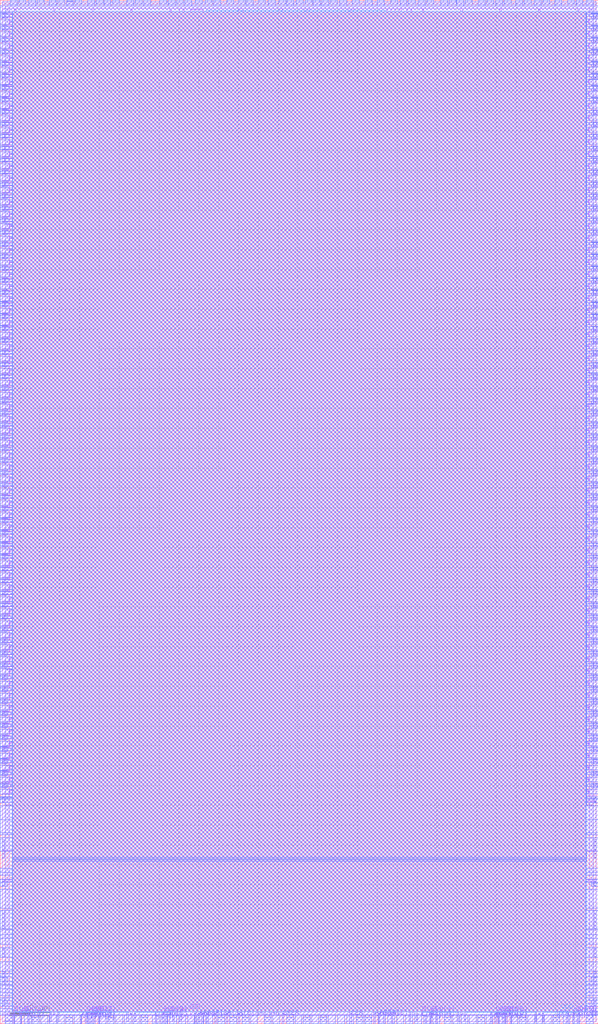
<source format=lef>
VERSION 5.7 ;
  NOWIREEXTENSIONATPIN ON ;
  DIVIDERCHAR "/" ;
  BUSBITCHARS "[]" ;
MACRO gf180mcu_ocd_ip_sram__sram1024x8m8wm1
  CLASS BLOCK ;
  FOREIGN gf180mcu_ocd_ip_sram__sram1024x8m8wm1 ;
  ORIGIN 0.000 0.000 ;
  SIZE 301.300 BY 515.810 ;
  PIN A[8]
    DIRECTION INPUT ;
    USE SIGNAL ;
    ANTENNADIFFAREA 0.928400 ;
    PORT
      LAYER Metal2 ;
        RECT 101.520 0.000 102.305 6.000 ;
    END
  END A[8]
  PIN A[7]
    DIRECTION INPUT ;
    USE SIGNAL ;
    ANTENNADIFFAREA 0.928400 ;
    PORT
      LAYER Metal2 ;
        RECT 103.965 0.000 104.750 6.000 ;
    END
  END A[7]
  PIN A[6]
    DIRECTION INPUT ;
    USE SIGNAL ;
    ANTENNADIFFAREA 0.928400 ;
    PORT
      LAYER Metal2 ;
        RECT 188.200 0.000 188.985 6.000 ;
    END
  END A[6]
  PIN A[5]
    DIRECTION INPUT ;
    USE SIGNAL ;
    ANTENNADIFFAREA 0.928400 ;
    PORT
      LAYER Metal2 ;
        RECT 190.455 0.000 191.240 6.000 ;
    END
  END A[5]
  PIN A[4]
    DIRECTION INPUT ;
    USE SIGNAL ;
    ANTENNADIFFAREA 0.928400 ;
    PORT
      LAYER Metal2 ;
        RECT 193.070 0.000 193.855 6.000 ;
    END
  END A[4]
  PIN A[3]
    DIRECTION INPUT ;
    USE SIGNAL ;
    ANTENNADIFFAREA 0.928400 ;
    PORT
      LAYER Metal2 ;
        RECT 196.925 0.000 197.710 6.000 ;
    END
  END A[3]
  PIN A[2]
    DIRECTION INPUT ;
    USE SIGNAL ;
    ANTENNADIFFAREA 0.928400 ;
    PORT
      LAYER Metal2 ;
        RECT 108.005 0.000 108.790 6.000 ;
    END
  END A[2]
  PIN A[1]
    DIRECTION INPUT ;
    USE SIGNAL ;
    ANTENNADIFFAREA 0.928400 ;
    PORT
      LAYER Metal2 ;
        RECT 113.930 0.000 114.715 6.000 ;
    END
  END A[1]
  PIN A[0]
    DIRECTION INPUT ;
    USE SIGNAL ;
    ANTENNADIFFAREA 0.928400 ;
    PORT
      LAYER Metal2 ;
        RECT 119.850 0.000 120.630 6.000 ;
    END
  END A[0]
  PIN CEN
    DIRECTION INPUT ;
    USE SIGNAL ;
    ANTENNADIFFAREA 1.418650 ;
    PORT
      LAYER Metal2 ;
        RECT 176.195 0.000 176.980 6.000 ;
    END
  END CEN
  PIN CLK
    DIRECTION INPUT ;
    USE SIGNAL ;
    ANTENNAGATEAREA 9.738400 ;
    PORT
      LAYER Metal2 ;
        RECT 97.775 0.000 98.560 6.000 ;
    END
  END CLK
  PIN D[7]
    DIRECTION INPUT ;
    USE SIGNAL ;
    ANTENNAGATEAREA 0.249200 ;
    ANTENNADIFFAREA 0.490250 ;
    PORT
      LAYER Metal1 ;
        RECT 291.455 5.200 291.795 5.265 ;
        RECT 291.230 4.800 292.020 5.200 ;
        RECT 291.455 4.735 291.795 4.800 ;
      LAYER Metal2 ;
        RECT 291.200 5.030 291.985 6.000 ;
        RECT 290.800 4.305 291.985 5.030 ;
        RECT 290.800 0.000 291.585 4.305 ;
    END
  END D[7]
  PIN D[6]
    DIRECTION INPUT ;
    USE SIGNAL ;
    ANTENNAGATEAREA 0.249200 ;
    ANTENNADIFFAREA 0.490250 ;
    PORT
      LAYER Metal1 ;
        RECT 254.655 5.200 254.995 5.265 ;
        RECT 254.430 4.800 255.220 5.200 ;
        RECT 254.655 4.735 254.995 4.800 ;
      LAYER Metal2 ;
        RECT 254.645 5.215 254.930 6.000 ;
        RECT 254.645 4.790 254.995 5.215 ;
        RECT 254.645 4.245 254.930 4.790 ;
        RECT 254.605 0.000 255.385 4.245 ;
    END
  END D[6]
  PIN D[5]
    DIRECTION INPUT ;
    USE SIGNAL ;
    ANTENNAGATEAREA 0.249200 ;
    ANTENNADIFFAREA 0.490250 ;
    PORT
      LAYER Metal1 ;
        RECT 249.530 5.200 249.870 5.265 ;
        RECT 249.305 4.800 250.095 5.200 ;
        RECT 249.530 4.735 249.870 4.800 ;
      LAYER Metal2 ;
        RECT 249.530 5.215 249.810 6.000 ;
        RECT 249.530 4.790 249.870 5.215 ;
        RECT 249.530 4.245 249.810 4.790 ;
        RECT 249.235 0.000 250.020 4.245 ;
    END
  END D[5]
  PIN D[4]
    DIRECTION INPUT ;
    USE SIGNAL ;
    ANTENNAGATEAREA 0.249200 ;
    ANTENNADIFFAREA 0.490250 ;
    PORT
      LAYER Metal1 ;
        RECT 212.245 5.215 212.585 5.280 ;
        RECT 212.020 4.815 212.810 5.215 ;
        RECT 212.245 4.750 212.585 4.815 ;
      LAYER Metal2 ;
        RECT 212.255 5.230 212.625 6.000 ;
        RECT 212.245 4.805 212.625 5.230 ;
        RECT 212.255 4.355 212.625 4.805 ;
        RECT 212.255 4.350 213.940 4.355 ;
        RECT 212.255 3.985 214.845 4.350 ;
        RECT 214.060 0.000 214.845 3.985 ;
    END
  END D[4]
  PIN D[3]
    DIRECTION INPUT ;
    USE SIGNAL ;
    ANTENNAGATEAREA 0.249200 ;
    ANTENNADIFFAREA 0.490250 ;
    PORT
      LAYER Metal1 ;
        RECT 85.695 5.260 86.035 5.325 ;
        RECT 85.470 4.860 86.260 5.260 ;
        RECT 85.695 4.795 86.035 4.860 ;
      LAYER Metal2 ;
        RECT 85.695 5.275 86.000 6.000 ;
        RECT 85.695 4.850 86.035 5.275 ;
        RECT 83.280 4.545 86.000 4.850 ;
        RECT 83.280 0.000 84.065 4.545 ;
    END
  END D[3]
  PIN D[2]
    DIRECTION INPUT ;
    USE SIGNAL ;
    ANTENNAGATEAREA 0.249200 ;
    ANTENNADIFFAREA 0.490250 ;
    PORT
      LAYER Metal1 ;
        RECT 47.600 5.260 47.940 5.325 ;
        RECT 47.375 4.860 48.165 5.260 ;
        RECT 47.600 4.795 47.940 4.860 ;
      LAYER Metal2 ;
        RECT 48.730 5.425 49.015 6.000 ;
        RECT 47.595 5.140 49.015 5.425 ;
        RECT 47.595 4.850 47.940 5.140 ;
        RECT 47.595 4.160 47.880 4.850 ;
        RECT 47.085 3.720 47.880 4.160 ;
        RECT 47.085 0.000 47.870 3.720 ;
    END
  END D[2]
  PIN D[1]
    DIRECTION INPUT ;
    USE SIGNAL ;
    ANTENNAGATEAREA 0.249200 ;
    ANTENNADIFFAREA 0.490250 ;
    PORT
      LAYER Metal1 ;
        RECT 43.180 5.260 43.520 5.325 ;
        RECT 42.955 4.860 43.745 5.260 ;
        RECT 43.180 4.795 43.520 4.860 ;
      LAYER Metal2 ;
        RECT 43.215 5.290 43.540 6.000 ;
        RECT 43.180 4.170 43.540 5.290 ;
        RECT 42.720 0.000 43.505 4.170 ;
    END
  END D[1]
  PIN D[0]
    DIRECTION INPUT ;
    USE SIGNAL ;
    ANTENNAGATEAREA 0.249200 ;
    ANTENNADIFFAREA 0.490250 ;
    PORT
      LAYER Metal1 ;
        RECT 6.730 5.260 7.070 5.325 ;
        RECT 6.505 4.860 7.295 5.260 ;
        RECT 6.730 4.795 7.070 4.860 ;
      LAYER Metal2 ;
        RECT 6.520 0.000 7.305 6.000 ;
    END
  END D[0]
  PIN GWEN
    DIRECTION INPUT ;
    USE SIGNAL ;
    ANTENNAGATEAREA 3.141600 ;
    ANTENNADIFFAREA 0.490250 ;
    PORT
      LAYER Metal2 ;
        RECT 142.055 0.000 142.840 6.000 ;
    END
  END GWEN
  PIN Q[7]
    DIRECTION OUTPUT ;
    USE SIGNAL ;
    ANTENNADIFFAREA 5.315450 ;
    PORT
      LAYER Metal2 ;
        RECT 285.870 4.245 286.200 6.000 ;
        RECT 285.490 0.000 286.275 4.245 ;
    END
  END Q[7]
  PIN Q[6]
    DIRECTION OUTPUT ;
    USE SIGNAL ;
    ANTENNADIFFAREA 5.315450 ;
    PORT
      LAYER Metal2 ;
        RECT 257.025 4.245 257.345 6.000 ;
        RECT 256.960 0.000 257.740 4.245 ;
    END
  END Q[6]
  PIN Q[5]
    DIRECTION OUTPUT ;
    USE SIGNAL ;
    ANTENNADIFFAREA 5.315450 ;
    PORT
      LAYER Metal2 ;
        RECT 247.175 4.245 247.460 6.000 ;
        RECT 246.880 0.000 247.665 4.245 ;
    END
  END Q[5]
  PIN Q[4]
    DIRECTION OUTPUT ;
    USE SIGNAL ;
    ANTENNADIFFAREA 5.315450 ;
    PORT
      LAYER Metal2 ;
        RECT 217.860 4.705 218.190 6.000 ;
        RECT 217.860 4.695 220.060 4.705 ;
        RECT 217.860 4.375 220.135 4.695 ;
        RECT 219.350 0.000 220.135 4.375 ;
    END
  END Q[4]
  PIN Q[3]
    DIRECTION OUTPUT ;
    USE SIGNAL ;
    ANTENNADIFFAREA 5.315450 ;
    PORT
      LAYER Metal2 ;
        RECT 77.980 4.130 78.315 6.000 ;
        RECT 77.975 0.000 78.760 4.130 ;
    END
  END Q[3]
  PIN Q[2]
    DIRECTION OUTPUT ;
    USE SIGNAL ;
    ANTENNADIFFAREA 5.315450 ;
    PORT
      LAYER Metal2 ;
        RECT 51.250 5.450 51.580 6.000 ;
        RECT 49.960 5.120 51.580 5.450 ;
        RECT 49.960 4.160 50.290 5.120 ;
        RECT 49.440 3.710 50.290 4.160 ;
        RECT 49.440 0.000 50.225 3.710 ;
    END
  END Q[2]
  PIN Q[1]
    DIRECTION OUTPUT ;
    USE SIGNAL ;
    ANTENNADIFFAREA 5.315450 ;
    PORT
      LAYER Metal2 ;
        RECT 41.545 4.725 41.875 6.000 ;
        RECT 40.840 4.395 41.875 4.725 ;
        RECT 40.840 4.200 41.170 4.395 ;
        RECT 40.365 3.555 41.170 4.200 ;
        RECT 40.365 0.000 41.145 3.555 ;
    END
  END Q[1]
  PIN Q[0]
    DIRECTION OUTPUT ;
    USE SIGNAL ;
    ANTENNADIFFAREA 5.315450 ;
    PORT
      LAYER Metal2 ;
        RECT 12.255 5.780 12.585 6.000 ;
        RECT 12.255 5.450 14.415 5.780 ;
        RECT 14.085 4.245 14.415 5.450 ;
        RECT 13.830 0.000 14.610 4.245 ;
    END
  END Q[0]
  PIN VDD
    DIRECTION INOUT ;
    USE POWER ;
    PORT
      LAYER Nwell ;
        RECT 103.900 509.810 194.020 510.690 ;
        RECT 7.680 5.780 25.360 6.000 ;
        RECT 29.080 5.780 64.190 6.000 ;
        RECT 29.080 5.770 46.760 5.780 ;
        RECT 67.910 5.770 85.590 6.000 ;
        RECT 212.985 5.780 230.665 6.000 ;
        RECT 234.385 5.785 269.745 6.000 ;
        RECT 234.385 5.770 252.065 5.785 ;
        RECT 273.465 5.775 291.145 6.000 ;
      LAYER Metal1 ;
        RECT 4.845 505.255 5.975 505.970 ;
        RECT 4.845 504.555 6.000 505.255 ;
        RECT 295.440 505.000 296.570 506.055 ;
        RECT 295.300 504.720 296.570 505.000 ;
        RECT 4.845 503.540 5.975 504.555 ;
        RECT 295.440 503.625 296.570 504.720 ;
        RECT 4.845 499.195 5.975 499.910 ;
        RECT 4.845 498.495 6.000 499.195 ;
        RECT 295.440 498.940 296.570 499.995 ;
        RECT 295.300 498.660 296.570 498.940 ;
        RECT 4.845 497.480 5.975 498.495 ;
        RECT 295.440 497.565 296.570 498.660 ;
        RECT 4.845 493.135 5.975 493.850 ;
        RECT 4.845 492.435 6.000 493.135 ;
        RECT 295.440 492.880 296.570 493.935 ;
        RECT 295.300 492.600 296.570 492.880 ;
        RECT 4.845 491.420 5.975 492.435 ;
        RECT 295.440 491.505 296.570 492.600 ;
        RECT 4.845 487.075 5.975 487.790 ;
        RECT 4.845 486.375 6.000 487.075 ;
        RECT 295.440 486.820 296.570 487.875 ;
        RECT 295.300 486.540 296.570 486.820 ;
        RECT 4.845 485.360 5.975 486.375 ;
        RECT 295.440 485.445 296.570 486.540 ;
        RECT 4.845 481.015 5.975 481.730 ;
        RECT 4.845 480.315 6.000 481.015 ;
        RECT 295.440 480.760 296.570 481.815 ;
        RECT 295.300 480.480 296.570 480.760 ;
        RECT 4.845 479.300 5.975 480.315 ;
        RECT 295.440 479.385 296.570 480.480 ;
        RECT 4.845 474.955 5.975 475.670 ;
        RECT 4.845 474.255 6.000 474.955 ;
        RECT 295.440 474.700 296.570 475.755 ;
        RECT 295.300 474.420 296.570 474.700 ;
        RECT 4.845 473.240 5.975 474.255 ;
        RECT 295.440 473.325 296.570 474.420 ;
        RECT 4.845 468.895 5.975 469.610 ;
        RECT 4.845 468.195 6.000 468.895 ;
        RECT 295.440 468.640 296.570 469.695 ;
        RECT 295.300 468.360 296.570 468.640 ;
        RECT 4.845 467.180 5.975 468.195 ;
        RECT 295.440 467.265 296.570 468.360 ;
        RECT 4.845 462.835 5.975 463.550 ;
        RECT 4.845 462.135 6.000 462.835 ;
        RECT 295.440 462.580 296.570 463.635 ;
        RECT 295.300 462.300 296.570 462.580 ;
        RECT 4.845 461.120 5.975 462.135 ;
        RECT 295.440 461.205 296.570 462.300 ;
        RECT 4.845 456.775 5.975 457.490 ;
        RECT 4.845 456.075 6.000 456.775 ;
        RECT 295.440 456.520 296.570 457.575 ;
        RECT 295.300 456.240 296.570 456.520 ;
        RECT 4.845 455.060 5.975 456.075 ;
        RECT 295.440 455.145 296.570 456.240 ;
        RECT 4.845 450.715 5.975 451.430 ;
        RECT 4.845 450.015 6.000 450.715 ;
        RECT 295.440 450.460 296.570 451.515 ;
        RECT 295.300 450.180 296.570 450.460 ;
        RECT 4.845 449.000 5.975 450.015 ;
        RECT 295.440 449.085 296.570 450.180 ;
        RECT 4.845 444.655 5.975 445.370 ;
        RECT 4.845 443.955 6.000 444.655 ;
        RECT 295.440 444.400 296.570 445.455 ;
        RECT 295.300 444.120 296.570 444.400 ;
        RECT 4.845 442.940 5.975 443.955 ;
        RECT 295.440 443.025 296.570 444.120 ;
        RECT 4.845 438.595 5.975 439.310 ;
        RECT 4.845 437.895 6.000 438.595 ;
        RECT 295.440 438.340 296.570 439.395 ;
        RECT 295.300 438.060 296.570 438.340 ;
        RECT 4.845 436.880 5.975 437.895 ;
        RECT 295.440 436.965 296.570 438.060 ;
        RECT 4.845 432.535 5.975 433.250 ;
        RECT 4.845 431.835 6.000 432.535 ;
        RECT 295.440 432.280 296.570 433.335 ;
        RECT 295.300 432.000 296.570 432.280 ;
        RECT 4.845 430.820 5.975 431.835 ;
        RECT 295.440 430.905 296.570 432.000 ;
        RECT 4.845 426.475 5.975 427.190 ;
        RECT 4.845 425.775 6.000 426.475 ;
        RECT 295.440 426.220 296.570 427.275 ;
        RECT 295.300 425.940 296.570 426.220 ;
        RECT 4.845 424.760 5.975 425.775 ;
        RECT 295.440 424.845 296.570 425.940 ;
        RECT 4.845 420.415 5.975 421.130 ;
        RECT 4.845 419.715 6.000 420.415 ;
        RECT 295.440 420.160 296.570 421.215 ;
        RECT 295.300 419.880 296.570 420.160 ;
        RECT 4.845 418.700 5.975 419.715 ;
        RECT 295.440 418.785 296.570 419.880 ;
        RECT 4.845 414.355 5.975 415.070 ;
        RECT 4.845 413.655 6.000 414.355 ;
        RECT 295.440 414.100 296.570 415.155 ;
        RECT 295.300 413.820 296.570 414.100 ;
        RECT 4.845 412.640 5.975 413.655 ;
        RECT 295.440 412.725 296.570 413.820 ;
        RECT 4.845 408.295 5.975 409.010 ;
        RECT 4.845 407.595 6.000 408.295 ;
        RECT 295.440 408.040 296.570 409.095 ;
        RECT 295.300 407.760 296.570 408.040 ;
        RECT 4.845 406.580 5.975 407.595 ;
        RECT 295.440 406.665 296.570 407.760 ;
        RECT 4.845 402.235 5.975 402.950 ;
        RECT 4.845 401.535 6.000 402.235 ;
        RECT 295.440 401.980 296.570 403.035 ;
        RECT 295.300 401.700 296.570 401.980 ;
        RECT 4.845 400.520 5.975 401.535 ;
        RECT 295.440 400.605 296.570 401.700 ;
        RECT 4.845 396.175 5.975 396.890 ;
        RECT 4.845 395.475 6.000 396.175 ;
        RECT 295.440 395.920 296.570 396.975 ;
        RECT 295.300 395.640 296.570 395.920 ;
        RECT 4.845 394.460 5.975 395.475 ;
        RECT 295.440 394.545 296.570 395.640 ;
        RECT 4.845 390.115 5.975 390.830 ;
        RECT 4.845 389.415 6.000 390.115 ;
        RECT 295.440 389.860 296.570 390.915 ;
        RECT 295.300 389.580 296.570 389.860 ;
        RECT 4.845 388.400 5.975 389.415 ;
        RECT 295.440 388.485 296.570 389.580 ;
        RECT 4.845 384.055 5.975 384.770 ;
        RECT 4.845 383.355 6.000 384.055 ;
        RECT 295.440 383.800 296.570 384.855 ;
        RECT 295.300 383.520 296.570 383.800 ;
        RECT 4.845 382.340 5.975 383.355 ;
        RECT 295.440 382.425 296.570 383.520 ;
        RECT 4.845 377.995 5.975 378.710 ;
        RECT 4.845 377.295 6.000 377.995 ;
        RECT 295.440 377.740 296.570 378.795 ;
        RECT 295.300 377.460 296.570 377.740 ;
        RECT 4.845 376.280 5.975 377.295 ;
        RECT 295.440 376.365 296.570 377.460 ;
        RECT 4.845 371.935 5.975 372.650 ;
        RECT 4.845 371.235 6.000 371.935 ;
        RECT 295.440 371.680 296.570 372.735 ;
        RECT 295.300 371.400 296.570 371.680 ;
        RECT 4.845 370.220 5.975 371.235 ;
        RECT 295.440 370.305 296.570 371.400 ;
        RECT 4.845 365.875 5.975 366.590 ;
        RECT 4.845 365.175 6.000 365.875 ;
        RECT 295.440 365.620 296.570 366.675 ;
        RECT 295.300 365.340 296.570 365.620 ;
        RECT 4.845 364.160 5.975 365.175 ;
        RECT 295.440 364.245 296.570 365.340 ;
        RECT 4.845 359.815 5.975 360.530 ;
        RECT 4.845 359.115 6.000 359.815 ;
        RECT 295.440 359.560 296.570 360.615 ;
        RECT 295.300 359.280 296.570 359.560 ;
        RECT 4.845 358.100 5.975 359.115 ;
        RECT 295.440 358.185 296.570 359.280 ;
        RECT 4.845 353.755 5.975 354.470 ;
        RECT 4.845 353.055 6.000 353.755 ;
        RECT 295.440 353.500 296.570 354.555 ;
        RECT 295.300 353.220 296.570 353.500 ;
        RECT 4.845 352.040 5.975 353.055 ;
        RECT 295.440 352.125 296.570 353.220 ;
        RECT 4.845 347.695 5.975 348.410 ;
        RECT 4.845 346.995 6.000 347.695 ;
        RECT 295.440 347.440 296.570 348.495 ;
        RECT 295.300 347.160 296.570 347.440 ;
        RECT 4.845 345.980 5.975 346.995 ;
        RECT 295.440 346.065 296.570 347.160 ;
        RECT 4.845 341.635 5.975 342.350 ;
        RECT 4.845 340.935 6.000 341.635 ;
        RECT 295.440 341.380 296.570 342.435 ;
        RECT 295.300 341.100 296.570 341.380 ;
        RECT 4.845 339.920 5.975 340.935 ;
        RECT 295.440 340.005 296.570 341.100 ;
        RECT 4.845 335.575 5.975 336.290 ;
        RECT 4.845 334.875 6.000 335.575 ;
        RECT 295.440 335.320 296.570 336.375 ;
        RECT 295.300 335.040 296.570 335.320 ;
        RECT 4.845 333.860 5.975 334.875 ;
        RECT 295.440 333.945 296.570 335.040 ;
        RECT 4.845 329.515 5.975 330.230 ;
        RECT 4.845 328.815 6.000 329.515 ;
        RECT 295.440 329.260 296.570 330.315 ;
        RECT 295.300 328.980 296.570 329.260 ;
        RECT 4.845 327.800 5.975 328.815 ;
        RECT 295.440 327.885 296.570 328.980 ;
        RECT 4.845 323.455 5.975 324.170 ;
        RECT 4.845 322.755 6.000 323.455 ;
        RECT 295.440 323.200 296.570 324.255 ;
        RECT 295.300 322.920 296.570 323.200 ;
        RECT 4.845 321.740 5.975 322.755 ;
        RECT 295.440 321.825 296.570 322.920 ;
        RECT 4.845 317.395 5.975 318.110 ;
        RECT 4.845 316.695 6.000 317.395 ;
        RECT 295.440 317.140 296.570 318.195 ;
        RECT 295.300 316.860 296.570 317.140 ;
        RECT 4.845 315.680 5.975 316.695 ;
        RECT 295.440 315.765 296.570 316.860 ;
        RECT 4.845 311.335 5.975 312.050 ;
        RECT 4.845 310.635 6.000 311.335 ;
        RECT 295.440 311.080 296.570 312.135 ;
        RECT 295.300 310.800 296.570 311.080 ;
        RECT 4.845 309.620 5.975 310.635 ;
        RECT 295.440 309.705 296.570 310.800 ;
        RECT 4.845 305.275 5.975 305.990 ;
        RECT 4.845 304.575 6.000 305.275 ;
        RECT 295.440 305.020 296.570 306.075 ;
        RECT 295.300 304.740 296.570 305.020 ;
        RECT 4.845 303.560 5.975 304.575 ;
        RECT 295.440 303.645 296.570 304.740 ;
        RECT 4.845 299.215 5.975 299.930 ;
        RECT 4.845 298.515 6.000 299.215 ;
        RECT 295.440 298.960 296.570 300.015 ;
        RECT 295.300 298.680 296.570 298.960 ;
        RECT 4.845 297.500 5.975 298.515 ;
        RECT 295.440 297.585 296.570 298.680 ;
        RECT 4.845 293.155 5.975 293.870 ;
        RECT 4.845 292.455 6.000 293.155 ;
        RECT 295.440 292.900 296.570 293.955 ;
        RECT 295.300 292.620 296.570 292.900 ;
        RECT 4.845 291.440 5.975 292.455 ;
        RECT 295.440 291.525 296.570 292.620 ;
        RECT 4.845 287.095 5.975 287.810 ;
        RECT 4.845 286.395 6.000 287.095 ;
        RECT 295.440 286.840 296.570 287.895 ;
        RECT 295.300 286.560 296.570 286.840 ;
        RECT 4.845 285.380 5.975 286.395 ;
        RECT 295.440 285.465 296.570 286.560 ;
        RECT 4.845 281.035 5.975 281.750 ;
        RECT 4.845 280.335 6.000 281.035 ;
        RECT 295.440 280.780 296.570 281.835 ;
        RECT 295.300 280.500 296.570 280.780 ;
        RECT 4.845 279.320 5.975 280.335 ;
        RECT 295.440 279.405 296.570 280.500 ;
        RECT 4.845 274.975 5.975 275.690 ;
        RECT 4.845 274.275 6.000 274.975 ;
        RECT 295.440 274.720 296.570 275.775 ;
        RECT 295.300 274.440 296.570 274.720 ;
        RECT 4.845 273.260 5.975 274.275 ;
        RECT 295.440 273.345 296.570 274.440 ;
        RECT 4.845 268.915 5.975 269.630 ;
        RECT 4.845 268.215 6.000 268.915 ;
        RECT 295.440 268.660 296.570 269.715 ;
        RECT 295.300 268.380 296.570 268.660 ;
        RECT 4.845 267.200 5.975 268.215 ;
        RECT 295.440 267.285 296.570 268.380 ;
        RECT 4.845 262.855 5.975 263.570 ;
        RECT 4.845 262.155 6.000 262.855 ;
        RECT 295.440 262.600 296.570 263.655 ;
        RECT 295.300 262.320 296.570 262.600 ;
        RECT 4.845 261.140 5.975 262.155 ;
        RECT 295.440 261.225 296.570 262.320 ;
        RECT 4.845 256.795 5.975 257.510 ;
        RECT 4.845 256.095 6.000 256.795 ;
        RECT 295.440 256.540 296.570 257.595 ;
        RECT 295.300 256.260 296.570 256.540 ;
        RECT 4.845 255.080 5.975 256.095 ;
        RECT 295.440 255.165 296.570 256.260 ;
        RECT 4.845 250.735 5.975 251.450 ;
        RECT 4.845 250.035 6.000 250.735 ;
        RECT 295.440 250.480 296.570 251.535 ;
        RECT 295.300 250.200 296.570 250.480 ;
        RECT 4.845 249.020 5.975 250.035 ;
        RECT 295.440 249.105 296.570 250.200 ;
        RECT 4.845 244.675 5.975 245.390 ;
        RECT 4.845 243.975 6.000 244.675 ;
        RECT 295.440 244.420 296.570 245.475 ;
        RECT 295.300 244.140 296.570 244.420 ;
        RECT 4.845 242.960 5.975 243.975 ;
        RECT 295.440 243.045 296.570 244.140 ;
        RECT 4.845 238.615 5.975 239.330 ;
        RECT 4.845 237.915 6.000 238.615 ;
        RECT 295.440 238.360 296.570 239.415 ;
        RECT 295.300 238.080 296.570 238.360 ;
        RECT 4.845 236.900 5.975 237.915 ;
        RECT 295.440 236.985 296.570 238.080 ;
        RECT 4.845 232.555 5.975 233.270 ;
        RECT 4.845 231.855 6.000 232.555 ;
        RECT 295.440 232.300 296.570 233.355 ;
        RECT 295.300 232.020 296.570 232.300 ;
        RECT 4.845 230.840 5.975 231.855 ;
        RECT 295.440 230.925 296.570 232.020 ;
        RECT 4.845 226.495 5.975 227.210 ;
        RECT 4.845 225.795 6.000 226.495 ;
        RECT 295.440 226.240 296.570 227.295 ;
        RECT 295.300 225.960 296.570 226.240 ;
        RECT 4.845 224.780 5.975 225.795 ;
        RECT 295.440 224.865 296.570 225.960 ;
        RECT 4.845 220.435 5.975 221.150 ;
        RECT 4.845 219.735 6.000 220.435 ;
        RECT 295.440 220.180 296.570 221.235 ;
        RECT 295.300 219.900 296.570 220.180 ;
        RECT 4.845 218.720 5.975 219.735 ;
        RECT 295.440 218.805 296.570 219.900 ;
        RECT 4.845 214.375 5.975 215.090 ;
        RECT 4.845 213.675 6.000 214.375 ;
        RECT 295.440 214.120 296.570 215.175 ;
        RECT 295.300 213.840 296.570 214.120 ;
        RECT 4.845 212.660 5.975 213.675 ;
        RECT 295.440 212.745 296.570 213.840 ;
        RECT 4.845 208.315 5.975 209.030 ;
        RECT 4.845 207.615 6.000 208.315 ;
        RECT 295.440 208.060 296.570 209.115 ;
        RECT 295.300 207.780 296.570 208.060 ;
        RECT 4.845 206.600 5.975 207.615 ;
        RECT 295.440 206.685 296.570 207.780 ;
        RECT 4.845 202.255 5.975 202.970 ;
        RECT 4.845 201.555 6.000 202.255 ;
        RECT 295.440 202.000 296.570 203.055 ;
        RECT 295.300 201.720 296.570 202.000 ;
        RECT 4.845 200.540 5.975 201.555 ;
        RECT 295.440 200.625 296.570 201.720 ;
        RECT 4.845 196.195 5.975 196.910 ;
        RECT 4.845 195.495 6.000 196.195 ;
        RECT 295.440 195.940 296.570 196.995 ;
        RECT 295.300 195.660 296.570 195.940 ;
        RECT 4.845 194.480 5.975 195.495 ;
        RECT 295.440 194.565 296.570 195.660 ;
        RECT 4.845 190.135 5.975 190.850 ;
        RECT 4.845 189.435 6.000 190.135 ;
        RECT 295.440 189.880 296.570 190.935 ;
        RECT 295.300 189.600 296.570 189.880 ;
        RECT 4.845 188.420 5.975 189.435 ;
        RECT 295.440 188.505 296.570 189.600 ;
        RECT 4.845 184.075 5.975 184.790 ;
        RECT 4.845 183.375 6.000 184.075 ;
        RECT 295.440 183.820 296.570 184.875 ;
        RECT 295.300 183.540 296.570 183.820 ;
        RECT 4.845 182.360 5.975 183.375 ;
        RECT 295.440 182.445 296.570 183.540 ;
        RECT 4.845 178.015 5.975 178.730 ;
        RECT 4.845 177.315 6.000 178.015 ;
        RECT 295.440 177.760 296.570 178.815 ;
        RECT 295.300 177.480 296.570 177.760 ;
        RECT 4.845 176.300 5.975 177.315 ;
        RECT 295.440 176.385 296.570 177.480 ;
        RECT 4.845 171.955 5.975 172.670 ;
        RECT 4.845 171.255 6.000 171.955 ;
        RECT 295.440 171.700 296.570 172.755 ;
        RECT 295.300 171.420 296.570 171.700 ;
        RECT 4.845 170.240 5.975 171.255 ;
        RECT 295.440 170.325 296.570 171.420 ;
        RECT 4.845 165.895 5.975 166.610 ;
        RECT 4.845 165.195 6.000 165.895 ;
        RECT 295.440 165.640 296.570 166.695 ;
        RECT 295.300 165.360 296.570 165.640 ;
        RECT 4.845 164.180 5.975 165.195 ;
        RECT 295.440 164.265 296.570 165.360 ;
        RECT 4.845 159.835 5.975 160.550 ;
        RECT 4.845 159.135 6.000 159.835 ;
        RECT 295.440 159.580 296.570 160.635 ;
        RECT 295.300 159.300 296.570 159.580 ;
        RECT 4.845 158.120 5.975 159.135 ;
        RECT 295.440 158.205 296.570 159.300 ;
        RECT 4.845 153.775 5.975 154.490 ;
        RECT 4.845 153.075 6.000 153.775 ;
        RECT 295.440 153.520 296.570 154.575 ;
        RECT 295.300 153.240 296.570 153.520 ;
        RECT 4.845 152.060 5.975 153.075 ;
        RECT 295.440 152.145 296.570 153.240 ;
        RECT 4.845 147.715 5.975 148.430 ;
        RECT 4.845 147.015 6.000 147.715 ;
        RECT 295.440 147.460 296.570 148.515 ;
        RECT 295.300 147.180 296.570 147.460 ;
        RECT 4.845 146.000 5.975 147.015 ;
        RECT 295.440 146.085 296.570 147.180 ;
        RECT 4.845 141.655 5.975 142.370 ;
        RECT 4.845 140.955 6.000 141.655 ;
        RECT 295.440 141.400 296.570 142.455 ;
        RECT 295.300 141.120 296.570 141.400 ;
        RECT 4.845 139.940 5.975 140.955 ;
        RECT 295.440 140.025 296.570 141.120 ;
        RECT 4.845 135.595 5.975 136.310 ;
        RECT 4.845 134.895 6.000 135.595 ;
        RECT 295.440 135.340 296.570 136.395 ;
        RECT 295.300 135.060 296.570 135.340 ;
        RECT 4.845 133.880 5.975 134.895 ;
        RECT 295.440 133.965 296.570 135.060 ;
        RECT 4.845 129.535 5.975 130.250 ;
        RECT 4.845 128.835 6.000 129.535 ;
        RECT 295.440 129.280 296.570 130.335 ;
        RECT 295.300 129.000 296.570 129.280 ;
        RECT 4.845 127.820 5.975 128.835 ;
        RECT 295.440 127.905 296.570 129.000 ;
        RECT 4.845 123.475 5.975 124.190 ;
        RECT 4.845 122.775 6.000 123.475 ;
        RECT 295.440 123.220 296.570 124.275 ;
        RECT 295.300 122.940 296.570 123.220 ;
        RECT 4.845 121.760 5.975 122.775 ;
        RECT 295.440 121.845 296.570 122.940 ;
        RECT 4.845 117.415 5.975 118.130 ;
        RECT 4.845 116.715 6.000 117.415 ;
        RECT 295.440 117.160 296.570 118.215 ;
        RECT 295.300 116.880 296.570 117.160 ;
        RECT 4.845 115.700 5.975 116.715 ;
        RECT 295.440 115.785 296.570 116.880 ;
        RECT 93.700 5.990 95.245 6.000 ;
      LAYER Metal2 ;
        RECT 2.470 512.860 298.830 513.010 ;
        RECT 2.465 509.810 298.830 512.860 ;
        RECT 2.465 509.510 6.000 509.810 ;
        RECT 295.300 509.510 298.830 509.810 ;
        RECT 2.465 505.970 5.970 509.510 ;
        RECT 295.445 506.055 298.830 509.510 ;
        RECT 2.465 503.540 5.975 505.970 ;
        RECT 295.440 503.625 298.830 506.055 ;
        RECT 2.465 499.910 5.970 503.540 ;
        RECT 295.445 499.995 298.830 503.625 ;
        RECT 2.465 497.480 5.975 499.910 ;
        RECT 295.440 497.565 298.830 499.995 ;
        RECT 2.465 493.850 5.970 497.480 ;
        RECT 295.445 493.935 298.830 497.565 ;
        RECT 2.465 491.420 5.975 493.850 ;
        RECT 295.440 491.505 298.830 493.935 ;
        RECT 2.465 487.790 5.970 491.420 ;
        RECT 295.445 487.875 298.830 491.505 ;
        RECT 2.465 485.360 5.975 487.790 ;
        RECT 295.440 485.445 298.830 487.875 ;
        RECT 2.465 481.730 5.970 485.360 ;
        RECT 295.445 481.815 298.830 485.445 ;
        RECT 2.465 479.300 5.975 481.730 ;
        RECT 295.440 479.385 298.830 481.815 ;
        RECT 2.465 475.670 5.970 479.300 ;
        RECT 295.445 475.755 298.830 479.385 ;
        RECT 2.465 473.240 5.975 475.670 ;
        RECT 295.440 473.325 298.830 475.755 ;
        RECT 2.465 469.610 5.970 473.240 ;
        RECT 295.445 469.695 298.830 473.325 ;
        RECT 2.465 467.180 5.975 469.610 ;
        RECT 295.440 467.265 298.830 469.695 ;
        RECT 2.465 463.550 5.970 467.180 ;
        RECT 295.445 463.635 298.830 467.265 ;
        RECT 2.465 461.120 5.975 463.550 ;
        RECT 295.440 461.205 298.830 463.635 ;
        RECT 2.465 457.490 5.970 461.120 ;
        RECT 295.445 457.575 298.830 461.205 ;
        RECT 2.465 455.060 5.975 457.490 ;
        RECT 295.440 455.145 298.830 457.575 ;
        RECT 2.465 451.430 5.970 455.060 ;
        RECT 295.445 451.515 298.830 455.145 ;
        RECT 2.465 449.000 5.975 451.430 ;
        RECT 295.440 449.085 298.830 451.515 ;
        RECT 2.465 445.370 5.970 449.000 ;
        RECT 295.445 445.455 298.830 449.085 ;
        RECT 2.465 442.940 5.975 445.370 ;
        RECT 295.440 443.025 298.830 445.455 ;
        RECT 2.465 439.310 5.970 442.940 ;
        RECT 295.445 439.395 298.830 443.025 ;
        RECT 2.465 436.880 5.975 439.310 ;
        RECT 295.440 436.965 298.830 439.395 ;
        RECT 2.465 433.250 5.970 436.880 ;
        RECT 295.445 433.335 298.830 436.965 ;
        RECT 2.465 430.820 5.975 433.250 ;
        RECT 295.440 430.905 298.830 433.335 ;
        RECT 2.465 427.190 5.970 430.820 ;
        RECT 295.445 427.275 298.830 430.905 ;
        RECT 2.465 424.760 5.975 427.190 ;
        RECT 295.440 424.845 298.830 427.275 ;
        RECT 2.465 421.130 5.970 424.760 ;
        RECT 295.445 421.215 298.830 424.845 ;
        RECT 2.465 418.700 5.975 421.130 ;
        RECT 295.440 418.785 298.830 421.215 ;
        RECT 2.465 415.070 5.970 418.700 ;
        RECT 295.445 415.155 298.830 418.785 ;
        RECT 2.465 412.640 5.975 415.070 ;
        RECT 295.440 412.725 298.830 415.155 ;
        RECT 2.465 409.010 5.970 412.640 ;
        RECT 295.445 409.095 298.830 412.725 ;
        RECT 2.465 406.580 5.975 409.010 ;
        RECT 295.440 406.665 298.830 409.095 ;
        RECT 2.465 402.950 5.970 406.580 ;
        RECT 295.445 403.035 298.830 406.665 ;
        RECT 2.465 400.520 5.975 402.950 ;
        RECT 295.440 400.605 298.830 403.035 ;
        RECT 2.465 396.890 5.970 400.520 ;
        RECT 295.445 396.975 298.830 400.605 ;
        RECT 2.465 394.460 5.975 396.890 ;
        RECT 295.440 394.545 298.830 396.975 ;
        RECT 2.465 390.830 5.970 394.460 ;
        RECT 295.445 390.915 298.830 394.545 ;
        RECT 2.465 388.400 5.975 390.830 ;
        RECT 295.440 388.485 298.830 390.915 ;
        RECT 2.465 384.770 5.970 388.400 ;
        RECT 295.445 384.855 298.830 388.485 ;
        RECT 2.465 382.340 5.975 384.770 ;
        RECT 295.440 382.425 298.830 384.855 ;
        RECT 2.465 378.710 5.970 382.340 ;
        RECT 295.445 378.795 298.830 382.425 ;
        RECT 2.465 376.280 5.975 378.710 ;
        RECT 295.440 376.365 298.830 378.795 ;
        RECT 2.465 372.650 5.970 376.280 ;
        RECT 295.445 372.735 298.830 376.365 ;
        RECT 2.465 370.220 5.975 372.650 ;
        RECT 295.440 370.305 298.830 372.735 ;
        RECT 2.465 366.590 5.970 370.220 ;
        RECT 295.445 366.675 298.830 370.305 ;
        RECT 2.465 364.160 5.975 366.590 ;
        RECT 295.440 364.245 298.830 366.675 ;
        RECT 2.465 360.530 5.970 364.160 ;
        RECT 295.445 360.615 298.830 364.245 ;
        RECT 2.465 358.100 5.975 360.530 ;
        RECT 295.440 358.185 298.830 360.615 ;
        RECT 2.465 354.470 5.970 358.100 ;
        RECT 295.445 354.555 298.830 358.185 ;
        RECT 2.465 352.040 5.975 354.470 ;
        RECT 295.440 352.125 298.830 354.555 ;
        RECT 2.465 348.410 5.970 352.040 ;
        RECT 295.445 348.495 298.830 352.125 ;
        RECT 2.465 345.980 5.975 348.410 ;
        RECT 295.440 346.065 298.830 348.495 ;
        RECT 2.465 342.350 5.970 345.980 ;
        RECT 295.445 342.435 298.830 346.065 ;
        RECT 2.465 339.920 5.975 342.350 ;
        RECT 295.440 340.005 298.830 342.435 ;
        RECT 2.465 336.290 5.970 339.920 ;
        RECT 295.445 336.375 298.830 340.005 ;
        RECT 2.465 333.860 5.975 336.290 ;
        RECT 295.440 333.945 298.830 336.375 ;
        RECT 2.465 330.230 5.970 333.860 ;
        RECT 295.445 330.315 298.830 333.945 ;
        RECT 2.465 327.800 5.975 330.230 ;
        RECT 295.440 327.885 298.830 330.315 ;
        RECT 2.465 324.170 5.970 327.800 ;
        RECT 295.445 324.255 298.830 327.885 ;
        RECT 2.465 321.740 5.975 324.170 ;
        RECT 295.440 321.825 298.830 324.255 ;
        RECT 2.465 318.110 5.970 321.740 ;
        RECT 295.445 318.195 298.830 321.825 ;
        RECT 2.465 315.680 5.975 318.110 ;
        RECT 295.440 315.765 298.830 318.195 ;
        RECT 2.465 312.050 5.970 315.680 ;
        RECT 295.445 312.270 298.830 315.765 ;
        RECT 2.465 309.620 5.975 312.050 ;
        RECT 2.465 305.990 5.970 309.620 ;
        RECT 2.465 303.560 5.975 305.990 ;
        RECT 2.465 299.930 5.970 303.560 ;
        RECT 2.465 297.500 5.975 299.930 ;
        RECT 2.465 293.870 5.970 297.500 ;
        RECT 2.465 291.440 5.975 293.870 ;
        RECT 2.465 287.810 5.970 291.440 ;
        RECT 2.465 285.380 5.975 287.810 ;
        RECT 2.465 281.750 5.970 285.380 ;
        RECT 2.465 279.320 5.975 281.750 ;
        RECT 2.465 275.690 5.970 279.320 ;
        RECT 2.465 273.260 5.975 275.690 ;
        RECT 2.465 269.630 5.970 273.260 ;
        RECT 2.465 267.200 5.975 269.630 ;
        RECT 2.465 263.570 5.970 267.200 ;
        RECT 2.465 261.140 5.975 263.570 ;
        RECT 2.465 257.510 5.970 261.140 ;
        RECT 2.465 255.080 5.975 257.510 ;
        RECT 2.465 251.450 5.970 255.080 ;
        RECT 2.465 249.020 5.975 251.450 ;
        RECT 2.465 245.390 5.970 249.020 ;
        RECT 2.465 242.960 5.975 245.390 ;
        RECT 2.465 239.330 5.970 242.960 ;
        RECT 2.465 236.900 5.975 239.330 ;
        RECT 2.465 233.270 5.970 236.900 ;
        RECT 2.465 230.840 5.975 233.270 ;
        RECT 2.465 227.210 5.970 230.840 ;
        RECT 2.465 224.780 5.975 227.210 ;
        RECT 2.465 221.150 5.970 224.780 ;
        RECT 2.465 218.720 5.975 221.150 ;
        RECT 2.465 215.090 5.970 218.720 ;
        RECT 2.465 212.660 5.975 215.090 ;
        RECT 2.465 209.030 5.970 212.660 ;
        RECT 2.465 206.600 5.975 209.030 ;
        RECT 2.465 202.970 5.970 206.600 ;
        RECT 2.465 200.540 5.975 202.970 ;
        RECT 2.465 196.910 5.970 200.540 ;
        RECT 2.465 194.480 5.975 196.910 ;
        RECT 2.465 190.850 5.970 194.480 ;
        RECT 2.465 188.420 5.975 190.850 ;
        RECT 2.465 184.790 5.970 188.420 ;
        RECT 2.465 182.360 5.975 184.790 ;
        RECT 2.465 178.730 5.970 182.360 ;
        RECT 2.465 176.300 5.975 178.730 ;
        RECT 2.465 172.670 5.970 176.300 ;
        RECT 2.465 170.240 5.975 172.670 ;
        RECT 2.465 166.610 5.970 170.240 ;
        RECT 295.440 168.360 298.830 312.270 ;
        RECT 2.465 164.180 5.975 166.610 ;
        RECT 2.465 160.550 5.970 164.180 ;
        RECT 2.465 158.120 5.975 160.550 ;
        RECT 2.465 154.490 5.970 158.120 ;
        RECT 2.465 152.060 5.975 154.490 ;
        RECT 2.465 148.430 5.970 152.060 ;
        RECT 2.465 146.000 5.975 148.430 ;
        RECT 2.465 142.370 5.970 146.000 ;
        RECT 2.465 139.940 5.975 142.370 ;
        RECT 2.465 136.310 5.970 139.940 ;
        RECT 2.465 133.880 5.975 136.310 ;
        RECT 2.465 130.250 5.970 133.880 ;
        RECT 2.465 127.820 5.975 130.250 ;
        RECT 2.465 124.190 5.970 127.820 ;
        RECT 2.465 121.760 5.975 124.190 ;
        RECT 2.465 118.130 5.970 121.760 ;
        RECT 2.465 115.700 5.975 118.130 ;
        RECT 2.465 110.435 5.970 115.700 ;
        RECT 295.440 110.435 298.835 168.360 ;
        RECT 2.465 4.330 5.975 110.435 ;
        RECT 26.795 4.830 27.580 6.000 ;
        RECT 65.605 4.830 66.390 6.000 ;
        RECT 2.465 1.410 5.970 4.330 ;
        RECT 88.750 4.285 89.535 6.000 ;
        RECT 93.695 5.965 95.245 6.000 ;
        RECT 131.250 5.180 132.035 6.000 ;
        RECT 137.620 5.180 138.405 6.000 ;
        RECT 207.850 4.315 208.635 6.000 ;
        RECT 232.070 4.830 232.855 6.000 ;
        RECT 271.220 4.810 272.005 6.000 ;
        RECT 295.330 4.330 298.835 110.435 ;
        RECT 2.470 0.985 5.970 1.410 ;
        RECT 295.330 0.985 298.830 4.330 ;
      LAYER Metal3 ;
        RECT 5.090 513.680 8.590 515.810 ;
        RECT 5.090 513.010 8.585 513.680 ;
        RECT 14.480 513.010 17.975 515.810 ;
        RECT 24.630 513.680 28.130 515.810 ;
        RECT 33.380 515.110 36.880 515.810 ;
        RECT 24.630 513.010 28.125 513.680 ;
        RECT 33.380 513.010 36.875 515.110 ;
        RECT 44.170 513.010 47.665 515.810 ;
        RECT 52.280 513.010 55.775 515.810 ;
        RECT 63.710 513.010 67.205 515.810 ;
        RECT 72.285 513.010 75.780 515.810 ;
        RECT 84.680 513.680 88.180 515.810 ;
        RECT 84.685 513.010 88.180 513.680 ;
        RECT 93.000 513.010 96.495 515.810 ;
        RECT 107.485 513.010 110.980 515.810 ;
        RECT 123.950 513.010 127.445 515.810 ;
        RECT 135.045 513.010 138.540 515.810 ;
        RECT 144.305 513.010 147.800 515.810 ;
        RECT 157.740 513.010 161.235 515.810 ;
        RECT 162.095 513.010 165.590 515.810 ;
        RECT 171.155 513.010 174.650 515.810 ;
        RECT 183.990 513.010 187.485 515.810 ;
        RECT 189.915 513.010 193.410 515.810 ;
        RECT 201.415 513.010 204.910 515.810 ;
        RECT 210.520 513.010 214.015 515.810 ;
        RECT 221.995 513.010 225.490 515.810 ;
        RECT 230.060 513.010 233.555 515.810 ;
        RECT 240.895 513.010 244.390 515.810 ;
        RECT 249.600 513.010 253.095 515.810 ;
        RECT 259.795 513.010 263.290 515.810 ;
        RECT 269.125 513.010 272.620 515.810 ;
        RECT 279.300 513.010 282.795 515.810 ;
        RECT 290.115 513.010 293.610 515.810 ;
        RECT 295.330 513.010 298.825 515.810 ;
        RECT 0.000 509.810 301.300 513.010 ;
        RECT 0.000 509.510 6.000 509.810 ;
        RECT 295.300 509.510 301.300 509.810 ;
        RECT 5.090 509.505 6.000 509.510 ;
        RECT 296.440 506.055 301.300 506.065 ;
        RECT 0.000 503.530 5.975 505.980 ;
        RECT 295.440 503.625 301.300 506.055 ;
        RECT 296.440 503.615 301.300 503.625 ;
        RECT 296.440 499.995 301.300 500.005 ;
        RECT 0.000 497.470 5.975 499.920 ;
        RECT 295.440 497.565 301.300 499.995 ;
        RECT 296.440 497.555 301.300 497.565 ;
        RECT 296.440 493.935 301.300 493.945 ;
        RECT 0.000 491.410 5.975 493.860 ;
        RECT 295.440 491.505 301.300 493.935 ;
        RECT 296.440 491.495 301.300 491.505 ;
        RECT 296.440 487.875 301.300 487.885 ;
        RECT 0.000 485.350 5.975 487.800 ;
        RECT 295.440 485.445 301.300 487.875 ;
        RECT 296.440 485.435 301.300 485.445 ;
        RECT 296.440 481.815 301.300 481.825 ;
        RECT 0.000 479.290 5.975 481.740 ;
        RECT 295.440 479.385 301.300 481.815 ;
        RECT 296.440 479.375 301.300 479.385 ;
        RECT 296.440 475.755 301.300 475.765 ;
        RECT 0.000 473.230 5.975 475.680 ;
        RECT 295.440 473.325 301.300 475.755 ;
        RECT 296.440 473.315 301.300 473.325 ;
        RECT 296.440 469.695 301.300 469.705 ;
        RECT 0.000 467.170 5.975 469.620 ;
        RECT 295.440 467.265 301.300 469.695 ;
        RECT 296.440 467.255 301.300 467.265 ;
        RECT 296.440 463.635 301.300 463.645 ;
        RECT 0.000 461.110 5.975 463.560 ;
        RECT 295.440 461.205 301.300 463.635 ;
        RECT 296.440 461.195 301.300 461.205 ;
        RECT 296.440 457.575 301.300 457.585 ;
        RECT 0.000 455.050 5.975 457.500 ;
        RECT 295.440 455.145 301.300 457.575 ;
        RECT 296.440 455.135 301.300 455.145 ;
        RECT 296.440 451.515 301.300 451.525 ;
        RECT 0.000 448.990 5.975 451.440 ;
        RECT 295.440 449.085 301.300 451.515 ;
        RECT 296.440 449.075 301.300 449.085 ;
        RECT 296.440 445.455 301.300 445.465 ;
        RECT 0.000 442.930 5.975 445.380 ;
        RECT 295.440 443.025 301.300 445.455 ;
        RECT 296.440 443.015 301.300 443.025 ;
        RECT 296.440 439.395 301.300 439.405 ;
        RECT 0.000 436.870 5.975 439.320 ;
        RECT 295.440 436.965 301.300 439.395 ;
        RECT 296.440 436.955 301.300 436.965 ;
        RECT 296.440 433.335 301.300 433.345 ;
        RECT 0.000 430.810 5.975 433.260 ;
        RECT 295.440 430.905 301.300 433.335 ;
        RECT 296.440 430.895 301.300 430.905 ;
        RECT 296.440 427.275 301.300 427.285 ;
        RECT 0.000 424.750 5.975 427.200 ;
        RECT 295.440 424.845 301.300 427.275 ;
        RECT 296.440 424.835 301.300 424.845 ;
        RECT 296.440 421.215 301.300 421.225 ;
        RECT 0.000 418.690 5.975 421.140 ;
        RECT 295.440 418.785 301.300 421.215 ;
        RECT 296.440 418.775 301.300 418.785 ;
        RECT 296.440 415.155 301.300 415.165 ;
        RECT 0.000 412.630 5.975 415.080 ;
        RECT 295.440 412.725 301.300 415.155 ;
        RECT 296.440 412.715 301.300 412.725 ;
        RECT 296.440 409.095 301.300 409.105 ;
        RECT 0.000 406.570 5.975 409.020 ;
        RECT 295.440 406.665 301.300 409.095 ;
        RECT 296.440 406.655 301.300 406.665 ;
        RECT 296.440 403.035 301.300 403.045 ;
        RECT 0.000 400.510 5.975 402.960 ;
        RECT 295.440 400.605 301.300 403.035 ;
        RECT 296.440 400.595 301.300 400.605 ;
        RECT 296.440 396.975 301.300 396.985 ;
        RECT 0.000 394.450 5.975 396.900 ;
        RECT 295.440 394.545 301.300 396.975 ;
        RECT 296.440 394.535 301.300 394.545 ;
        RECT 296.440 390.915 301.300 390.925 ;
        RECT 0.000 388.390 5.975 390.840 ;
        RECT 295.440 388.485 301.300 390.915 ;
        RECT 296.440 388.475 301.300 388.485 ;
        RECT 296.440 384.855 301.300 384.865 ;
        RECT 0.000 382.330 5.975 384.780 ;
        RECT 295.440 382.425 301.300 384.855 ;
        RECT 296.440 382.415 301.300 382.425 ;
        RECT 296.440 378.795 301.300 378.805 ;
        RECT 0.000 376.270 5.975 378.720 ;
        RECT 295.440 376.365 301.300 378.795 ;
        RECT 296.440 376.355 301.300 376.365 ;
        RECT 296.440 372.735 301.300 372.745 ;
        RECT 0.000 370.210 5.975 372.660 ;
        RECT 295.440 370.305 301.300 372.735 ;
        RECT 296.440 370.295 301.300 370.305 ;
        RECT 296.440 366.675 301.300 366.685 ;
        RECT 0.000 364.150 5.975 366.600 ;
        RECT 295.440 364.245 301.300 366.675 ;
        RECT 296.440 364.235 301.300 364.245 ;
        RECT 296.440 360.615 301.300 360.625 ;
        RECT 0.000 358.090 5.975 360.540 ;
        RECT 295.440 358.185 301.300 360.615 ;
        RECT 296.440 358.175 301.300 358.185 ;
        RECT 296.440 354.555 301.300 354.565 ;
        RECT 0.000 352.030 5.975 354.480 ;
        RECT 295.440 352.125 301.300 354.555 ;
        RECT 296.440 352.115 301.300 352.125 ;
        RECT 296.440 348.495 301.300 348.505 ;
        RECT 0.000 345.970 5.975 348.420 ;
        RECT 295.440 346.065 301.300 348.495 ;
        RECT 296.440 346.055 301.300 346.065 ;
        RECT 296.440 342.435 301.300 342.445 ;
        RECT 0.000 339.910 5.975 342.360 ;
        RECT 295.440 340.005 301.300 342.435 ;
        RECT 296.440 339.995 301.300 340.005 ;
        RECT 296.440 336.375 301.300 336.385 ;
        RECT 0.000 333.850 5.975 336.300 ;
        RECT 295.440 333.945 301.300 336.375 ;
        RECT 296.440 333.935 301.300 333.945 ;
        RECT 296.440 330.315 301.300 330.325 ;
        RECT 0.000 327.790 5.975 330.240 ;
        RECT 295.440 327.885 301.300 330.315 ;
        RECT 296.440 327.875 301.300 327.885 ;
        RECT 296.440 324.255 301.300 324.265 ;
        RECT 0.000 321.730 5.975 324.180 ;
        RECT 295.440 321.825 301.300 324.255 ;
        RECT 296.440 321.815 301.300 321.825 ;
        RECT 296.440 318.195 301.300 318.205 ;
        RECT 0.000 315.670 5.975 318.120 ;
        RECT 295.440 315.765 301.300 318.195 ;
        RECT 296.440 315.755 301.300 315.765 ;
        RECT 296.440 312.135 301.300 312.145 ;
        RECT 0.000 309.610 5.975 312.060 ;
        RECT 295.440 309.705 301.300 312.135 ;
        RECT 296.440 309.695 301.300 309.705 ;
        RECT 296.440 306.075 301.300 306.085 ;
        RECT 0.000 303.550 5.975 306.000 ;
        RECT 295.440 303.645 301.300 306.075 ;
        RECT 296.440 303.635 301.300 303.645 ;
        RECT 296.440 300.015 301.300 300.025 ;
        RECT 0.000 297.490 5.975 299.940 ;
        RECT 295.440 297.585 301.300 300.015 ;
        RECT 296.440 297.575 301.300 297.585 ;
        RECT 296.440 293.955 301.300 293.965 ;
        RECT 0.000 291.430 5.975 293.880 ;
        RECT 295.440 291.525 301.300 293.955 ;
        RECT 296.440 291.515 301.300 291.525 ;
        RECT 296.440 287.895 301.300 287.905 ;
        RECT 0.000 285.370 5.975 287.820 ;
        RECT 295.440 285.465 301.300 287.895 ;
        RECT 296.440 285.455 301.300 285.465 ;
        RECT 296.440 281.835 301.300 281.845 ;
        RECT 0.000 279.310 5.975 281.760 ;
        RECT 295.440 279.405 301.300 281.835 ;
        RECT 296.440 279.395 301.300 279.405 ;
        RECT 296.440 275.775 301.300 275.785 ;
        RECT 0.000 273.250 5.975 275.700 ;
        RECT 295.440 273.345 301.300 275.775 ;
        RECT 296.440 273.335 301.300 273.345 ;
        RECT 296.440 269.715 301.300 269.725 ;
        RECT 0.000 267.190 5.975 269.640 ;
        RECT 295.440 267.285 301.300 269.715 ;
        RECT 296.440 267.275 301.300 267.285 ;
        RECT 296.440 263.655 301.300 263.665 ;
        RECT 0.000 261.130 5.975 263.580 ;
        RECT 295.440 261.225 301.300 263.655 ;
        RECT 296.440 261.215 301.300 261.225 ;
        RECT 296.440 257.595 301.300 257.605 ;
        RECT 0.000 255.070 5.975 257.520 ;
        RECT 295.440 255.165 301.300 257.595 ;
        RECT 296.440 255.155 301.300 255.165 ;
        RECT 296.440 251.535 301.300 251.545 ;
        RECT 0.000 249.010 5.975 251.460 ;
        RECT 295.440 249.105 301.300 251.535 ;
        RECT 296.440 249.095 301.300 249.105 ;
        RECT 296.440 245.475 301.300 245.485 ;
        RECT 0.000 242.950 5.975 245.400 ;
        RECT 295.440 243.045 301.300 245.475 ;
        RECT 296.440 243.035 301.300 243.045 ;
        RECT 296.440 239.415 301.300 239.425 ;
        RECT 0.000 236.890 5.975 239.340 ;
        RECT 295.440 236.985 301.300 239.415 ;
        RECT 296.440 236.975 301.300 236.985 ;
        RECT 296.440 233.355 301.300 233.365 ;
        RECT 0.000 230.830 5.975 233.280 ;
        RECT 295.440 230.925 301.300 233.355 ;
        RECT 296.440 230.915 301.300 230.925 ;
        RECT 296.440 227.295 301.300 227.305 ;
        RECT 0.000 224.770 5.975 227.220 ;
        RECT 295.440 224.865 301.300 227.295 ;
        RECT 296.440 224.855 301.300 224.865 ;
        RECT 296.440 221.235 301.300 221.245 ;
        RECT 0.000 218.710 5.975 221.160 ;
        RECT 295.440 218.805 301.300 221.235 ;
        RECT 296.440 218.795 301.300 218.805 ;
        RECT 296.440 215.175 301.300 215.185 ;
        RECT 0.000 212.650 5.975 215.100 ;
        RECT 295.440 212.745 301.300 215.175 ;
        RECT 296.440 212.735 301.300 212.745 ;
        RECT 296.440 209.115 301.300 209.125 ;
        RECT 0.000 206.590 5.975 209.040 ;
        RECT 295.440 206.685 301.300 209.115 ;
        RECT 296.440 206.675 301.300 206.685 ;
        RECT 296.440 203.055 301.300 203.065 ;
        RECT 0.000 200.530 5.975 202.980 ;
        RECT 295.440 200.625 301.300 203.055 ;
        RECT 296.440 200.615 301.300 200.625 ;
        RECT 296.440 196.995 301.300 197.005 ;
        RECT 0.000 194.470 5.975 196.920 ;
        RECT 295.440 194.565 301.300 196.995 ;
        RECT 296.440 194.555 301.300 194.565 ;
        RECT 296.440 190.935 301.300 190.945 ;
        RECT 0.000 188.410 5.975 190.860 ;
        RECT 295.440 188.505 301.300 190.935 ;
        RECT 296.440 188.495 301.300 188.505 ;
        RECT 296.440 184.875 301.300 184.885 ;
        RECT 0.000 182.350 5.975 184.800 ;
        RECT 295.440 182.445 301.300 184.875 ;
        RECT 296.440 182.435 301.300 182.445 ;
        RECT 296.440 178.815 301.300 178.825 ;
        RECT 0.000 176.290 5.975 178.740 ;
        RECT 295.440 176.385 301.300 178.815 ;
        RECT 296.440 176.375 301.300 176.385 ;
        RECT 296.440 172.755 301.300 172.765 ;
        RECT 0.000 170.230 5.975 172.680 ;
        RECT 295.440 170.325 301.300 172.755 ;
        RECT 296.440 170.315 301.300 170.325 ;
        RECT 296.440 166.695 301.300 166.705 ;
        RECT 0.000 164.170 5.975 166.620 ;
        RECT 295.440 164.265 301.300 166.695 ;
        RECT 296.440 164.255 301.300 164.265 ;
        RECT 296.440 160.635 301.300 160.645 ;
        RECT 0.000 158.110 5.975 160.560 ;
        RECT 295.440 158.205 301.300 160.635 ;
        RECT 296.440 158.195 301.300 158.205 ;
        RECT 296.440 154.575 301.300 154.585 ;
        RECT 0.000 152.050 5.975 154.500 ;
        RECT 295.440 152.145 301.300 154.575 ;
        RECT 296.440 152.135 301.300 152.145 ;
        RECT 296.440 148.515 301.300 148.525 ;
        RECT 0.000 145.990 5.975 148.440 ;
        RECT 295.440 146.085 301.300 148.515 ;
        RECT 296.440 146.075 301.300 146.085 ;
        RECT 296.440 142.455 301.300 142.465 ;
        RECT 0.000 139.930 5.975 142.380 ;
        RECT 295.440 140.025 301.300 142.455 ;
        RECT 296.440 140.015 301.300 140.025 ;
        RECT 296.440 136.395 301.300 136.405 ;
        RECT 0.000 133.870 5.975 136.320 ;
        RECT 295.440 133.965 301.300 136.395 ;
        RECT 296.440 133.955 301.300 133.965 ;
        RECT 296.440 130.335 301.300 130.345 ;
        RECT 0.000 127.810 5.975 130.260 ;
        RECT 295.440 127.905 301.300 130.335 ;
        RECT 296.440 127.895 301.300 127.905 ;
        RECT 296.440 124.275 301.300 124.285 ;
        RECT 0.000 121.750 5.975 124.200 ;
        RECT 295.440 121.845 301.300 124.275 ;
        RECT 296.440 121.835 301.300 121.845 ;
        RECT 296.440 118.215 301.300 118.225 ;
        RECT 0.000 115.690 5.975 118.140 ;
        RECT 295.440 115.785 301.300 118.215 ;
        RECT 296.440 115.775 301.300 115.785 ;
        RECT 0.000 109.905 3.545 109.910 ;
        RECT 297.750 109.905 301.300 109.910 ;
        RECT 0.000 102.880 6.000 109.905 ;
        RECT 295.300 102.880 301.300 109.905 ;
        RECT 0.000 96.170 5.975 102.880 ;
        RECT 295.335 96.170 301.300 102.880 ;
        RECT 0.000 95.175 6.000 96.170 ;
        RECT 295.300 95.175 301.300 96.170 ;
        RECT 300.600 95.170 301.300 95.175 ;
        RECT 295.300 85.600 295.500 86.350 ;
        RECT 295.300 84.370 295.500 85.125 ;
        RECT 0.000 78.350 3.545 78.355 ;
        RECT 297.750 78.350 301.300 78.355 ;
        RECT 0.000 76.400 5.975 78.350 ;
        RECT 295.335 76.400 301.300 78.350 ;
        RECT 0.000 74.855 6.000 76.400 ;
        RECT 0.010 74.850 6.000 74.855 ;
        RECT 295.300 74.850 301.300 76.400 ;
        RECT 297.750 67.740 301.300 67.750 ;
        RECT 0.010 67.735 6.000 67.740 ;
        RECT 0.000 58.210 6.000 67.735 ;
        RECT 295.300 58.210 301.300 67.740 ;
        RECT 0.000 58.205 0.700 58.210 ;
        RECT 300.600 58.205 301.300 58.210 ;
        RECT 0.000 47.315 3.545 47.325 ;
        RECT 300.600 47.315 301.300 47.320 ;
        RECT 0.000 44.810 6.000 47.315 ;
        RECT 295.300 44.810 301.300 47.315 ;
        RECT 0.000 42.955 5.975 44.810 ;
        RECT 295.335 42.970 301.300 44.810 ;
        RECT 0.000 40.125 6.000 42.955 ;
        RECT 0.010 40.120 6.000 40.125 ;
        RECT 295.300 40.120 301.300 42.970 ;
        RECT 0.010 40.020 5.975 40.120 ;
        RECT 295.335 40.020 301.300 40.120 ;
        RECT 297.750 40.010 301.300 40.020 ;
        RECT 0.000 31.295 3.545 31.300 ;
        RECT 295.300 31.295 295.365 31.325 ;
        RECT 300.600 31.295 301.300 31.300 ;
        RECT 0.000 26.530 6.000 31.295 ;
        RECT 0.010 26.525 6.000 26.530 ;
        RECT 295.300 26.525 301.300 31.295 ;
        RECT 0.000 19.345 3.545 19.350 ;
        RECT 297.750 19.345 301.300 19.350 ;
        RECT 0.000 17.750 6.000 19.345 ;
        RECT 0.000 15.795 5.995 17.750 ;
        RECT 295.300 17.745 301.300 19.345 ;
        RECT 295.315 15.805 301.300 17.745 ;
        RECT 0.000 14.210 6.000 15.795 ;
        RECT 0.010 14.205 6.000 14.210 ;
        RECT 295.300 14.205 301.300 15.805 ;
        RECT 0.000 6.000 6.000 7.810 ;
        RECT 295.300 6.000 301.300 7.810 ;
        RECT 0.000 4.310 301.300 6.000 ;
        RECT 0.000 4.290 0.700 4.310 ;
        RECT 2.465 0.000 5.970 4.310 ;
        RECT 7.135 0.000 10.635 4.310 ;
        RECT 12.045 0.000 15.545 4.310 ;
        RECT 20.445 0.000 23.945 4.310 ;
        RECT 24.645 0.000 28.145 4.310 ;
        RECT 28.845 0.000 32.345 4.310 ;
        RECT 37.245 0.000 40.745 4.310 ;
        RECT 43.550 0.000 47.050 4.310 ;
        RECT 49.845 0.000 53.345 4.310 ;
        RECT 58.245 0.000 61.745 4.310 ;
        RECT 62.445 0.000 65.945 4.310 ;
        RECT 66.645 0.000 70.145 4.310 ;
        RECT 76.685 0.000 80.185 4.310 ;
        RECT 80.885 0.000 84.385 4.310 ;
        RECT 85.435 0.000 88.935 4.310 ;
        RECT 89.985 0.000 93.485 4.310 ;
        RECT 94.535 0.000 98.035 4.310 ;
        RECT 99.085 0.000 102.585 4.310 ;
        RECT 103.635 0.000 107.135 4.310 ;
        RECT 126.105 0.000 129.605 4.310 ;
        RECT 137.295 0.000 140.795 4.310 ;
        RECT 148.515 0.000 152.015 4.310 ;
        RECT 156.915 0.000 160.415 4.310 ;
        RECT 165.315 0.000 168.815 4.310 ;
        RECT 169.980 0.000 173.480 4.310 ;
        RECT 174.565 0.000 178.065 4.310 ;
        RECT 190.600 0.000 194.100 4.310 ;
        RECT 195.150 0.000 198.650 4.310 ;
        RECT 199.700 4.205 221.530 4.310 ;
        RECT 199.700 0.000 203.200 4.205 ;
        RECT 204.250 0.000 207.750 4.205 ;
        RECT 208.800 0.000 212.300 4.205 ;
        RECT 213.350 0.000 216.850 4.205 ;
        RECT 218.030 0.000 221.530 4.205 ;
        RECT 227.960 0.000 231.460 4.310 ;
        RECT 232.160 0.000 235.660 4.310 ;
        RECT 236.360 0.000 239.860 4.310 ;
        RECT 244.760 0.000 248.260 4.310 ;
        RECT 251.055 0.000 254.555 4.310 ;
        RECT 257.360 0.000 260.860 4.310 ;
        RECT 265.760 0.000 269.260 4.310 ;
        RECT 269.960 0.000 273.460 4.310 ;
        RECT 274.160 0.000 277.660 4.310 ;
        RECT 283.560 0.000 287.060 4.310 ;
        RECT 288.465 0.000 291.965 4.310 ;
        RECT 295.330 0.000 298.830 4.310 ;
    END
  END VDD
  PIN VSS
    DIRECTION INOUT ;
    USE GROUND ;
    PORT
      LAYER Metal1 ;
        RECT 0.985 511.285 300.315 514.820 ;
        RECT 0.985 508.955 4.485 511.285 ;
        RECT 7.150 509.810 7.970 511.285 ;
        RECT 26.690 509.810 27.510 511.285 ;
        RECT 46.230 509.810 47.050 511.285 ;
        RECT 65.770 509.810 66.590 511.285 ;
        RECT 85.300 509.810 86.120 511.285 ;
        RECT 90.140 509.810 92.685 511.285 ;
        RECT 96.620 510.950 102.185 511.285 ;
        RECT 95.855 509.810 102.185 510.950 ;
        RECT 119.790 509.810 122.545 511.285 ;
        RECT 140.215 509.810 142.065 511.285 ;
        RECT 153.080 509.810 155.970 511.285 ;
        RECT 175.340 509.810 178.195 511.285 ;
        RECT 194.845 509.810 202.075 511.285 ;
        RECT 204.765 509.810 207.310 511.285 ;
        RECT 212.580 509.810 213.400 511.285 ;
        RECT 232.120 509.810 232.940 511.285 ;
        RECT 251.660 509.810 252.480 511.285 ;
        RECT 271.185 509.810 272.005 511.285 ;
        RECT 290.730 509.810 291.550 511.285 ;
        RECT 0.985 508.805 4.490 508.955 ;
        RECT 0.985 507.000 6.000 508.805 ;
        RECT 0.985 503.705 4.490 507.000 ;
        RECT 0.985 502.895 4.485 503.705 ;
        RECT 0.985 502.745 4.490 502.895 ;
        RECT 0.985 500.940 6.000 502.745 ;
        RECT 0.985 497.645 4.490 500.940 ;
        RECT 0.985 496.835 4.485 497.645 ;
        RECT 0.985 496.685 4.490 496.835 ;
        RECT 0.985 494.880 6.000 496.685 ;
        RECT 0.985 491.585 4.490 494.880 ;
        RECT 0.985 490.775 4.485 491.585 ;
        RECT 0.985 490.625 4.490 490.775 ;
        RECT 0.985 488.820 6.000 490.625 ;
        RECT 0.985 485.525 4.490 488.820 ;
        RECT 0.985 484.715 4.485 485.525 ;
        RECT 0.985 484.565 4.490 484.715 ;
        RECT 0.985 482.760 6.000 484.565 ;
        RECT 295.300 483.330 296.325 484.030 ;
        RECT 0.985 479.465 4.490 482.760 ;
        RECT 0.985 478.655 4.485 479.465 ;
        RECT 0.985 478.505 4.490 478.655 ;
        RECT 0.985 476.700 6.000 478.505 ;
        RECT 0.985 473.405 4.490 476.700 ;
        RECT 0.985 472.595 4.485 473.405 ;
        RECT 0.985 472.445 4.490 472.595 ;
        RECT 0.985 470.640 6.000 472.445 ;
        RECT 0.985 467.345 4.490 470.640 ;
        RECT 0.985 466.535 4.485 467.345 ;
        RECT 0.985 466.385 4.490 466.535 ;
        RECT 0.985 464.580 6.000 466.385 ;
        RECT 0.985 461.285 4.490 464.580 ;
        RECT 0.985 460.475 4.485 461.285 ;
        RECT 0.985 460.325 4.490 460.475 ;
        RECT 0.985 458.520 6.000 460.325 ;
        RECT 0.985 455.225 4.490 458.520 ;
        RECT 0.985 454.415 4.485 455.225 ;
        RECT 0.985 454.265 4.490 454.415 ;
        RECT 0.985 452.460 6.000 454.265 ;
        RECT 0.985 449.165 4.490 452.460 ;
        RECT 0.985 448.355 4.485 449.165 ;
        RECT 0.985 448.205 4.490 448.355 ;
        RECT 0.985 446.400 6.000 448.205 ;
        RECT 0.985 443.105 4.490 446.400 ;
        RECT 0.985 442.295 4.485 443.105 ;
        RECT 0.985 442.145 4.490 442.295 ;
        RECT 0.985 440.340 6.000 442.145 ;
        RECT 0.985 437.045 4.490 440.340 ;
        RECT 0.985 436.235 4.485 437.045 ;
        RECT 0.985 436.085 4.490 436.235 ;
        RECT 0.985 434.280 6.000 436.085 ;
        RECT 0.985 430.985 4.490 434.280 ;
        RECT 0.985 430.175 4.485 430.985 ;
        RECT 0.985 430.025 4.490 430.175 ;
        RECT 0.985 428.220 6.000 430.025 ;
        RECT 0.985 424.925 4.490 428.220 ;
        RECT 0.985 424.115 4.485 424.925 ;
        RECT 0.985 423.965 4.490 424.115 ;
        RECT 0.985 422.160 6.000 423.965 ;
        RECT 0.985 418.865 4.490 422.160 ;
        RECT 0.985 418.055 4.485 418.865 ;
        RECT 0.985 417.905 4.490 418.055 ;
        RECT 0.985 416.100 6.000 417.905 ;
        RECT 0.985 412.805 4.490 416.100 ;
        RECT 0.985 411.995 4.485 412.805 ;
        RECT 0.985 411.845 4.490 411.995 ;
        RECT 0.985 410.040 6.000 411.845 ;
        RECT 0.985 406.745 4.490 410.040 ;
        RECT 0.985 405.935 4.485 406.745 ;
        RECT 0.985 405.785 4.490 405.935 ;
        RECT 0.985 403.980 6.000 405.785 ;
        RECT 0.985 400.685 4.490 403.980 ;
        RECT 0.985 399.875 4.485 400.685 ;
        RECT 0.985 399.725 4.490 399.875 ;
        RECT 0.985 397.920 6.000 399.725 ;
        RECT 0.985 394.625 4.490 397.920 ;
        RECT 0.985 393.815 4.485 394.625 ;
        RECT 0.985 393.665 4.490 393.815 ;
        RECT 0.985 391.860 6.000 393.665 ;
        RECT 0.985 388.565 4.490 391.860 ;
        RECT 0.985 387.755 4.485 388.565 ;
        RECT 0.985 387.605 4.490 387.755 ;
        RECT 0.985 385.800 6.000 387.605 ;
        RECT 0.985 382.505 4.490 385.800 ;
        RECT 0.985 381.695 4.485 382.505 ;
        RECT 0.985 381.545 4.490 381.695 ;
        RECT 0.985 379.740 6.000 381.545 ;
        RECT 0.985 376.445 4.490 379.740 ;
        RECT 0.985 375.635 4.485 376.445 ;
        RECT 0.985 375.485 4.490 375.635 ;
        RECT 0.985 373.680 6.000 375.485 ;
        RECT 0.985 370.385 4.490 373.680 ;
        RECT 0.985 369.575 4.485 370.385 ;
        RECT 0.985 369.425 4.490 369.575 ;
        RECT 0.985 367.620 6.000 369.425 ;
        RECT 0.985 364.325 4.490 367.620 ;
        RECT 0.985 363.515 4.485 364.325 ;
        RECT 0.985 363.365 4.490 363.515 ;
        RECT 0.985 361.560 6.000 363.365 ;
        RECT 0.985 358.265 4.490 361.560 ;
        RECT 0.985 357.455 4.485 358.265 ;
        RECT 0.985 357.305 4.490 357.455 ;
        RECT 0.985 355.500 6.000 357.305 ;
        RECT 0.985 352.205 4.490 355.500 ;
        RECT 0.985 351.395 4.485 352.205 ;
        RECT 0.985 351.245 4.490 351.395 ;
        RECT 0.985 349.440 6.000 351.245 ;
        RECT 0.985 346.145 4.490 349.440 ;
        RECT 0.985 345.335 4.485 346.145 ;
        RECT 0.985 345.185 4.490 345.335 ;
        RECT 0.985 343.380 6.000 345.185 ;
        RECT 0.985 340.085 4.490 343.380 ;
        RECT 0.985 339.275 4.485 340.085 ;
        RECT 0.985 339.125 4.490 339.275 ;
        RECT 0.985 337.320 6.000 339.125 ;
        RECT 0.985 334.025 4.490 337.320 ;
        RECT 0.985 333.215 4.485 334.025 ;
        RECT 0.985 333.065 4.490 333.215 ;
        RECT 0.985 331.260 6.000 333.065 ;
        RECT 0.985 327.965 4.490 331.260 ;
        RECT 0.985 327.155 4.485 327.965 ;
        RECT 0.985 327.005 4.490 327.155 ;
        RECT 0.985 325.200 6.000 327.005 ;
        RECT 0.985 321.905 4.490 325.200 ;
        RECT 0.985 321.095 4.485 321.905 ;
        RECT 0.985 320.945 4.490 321.095 ;
        RECT 0.985 319.140 6.000 320.945 ;
        RECT 0.985 315.845 4.490 319.140 ;
        RECT 0.985 315.035 4.485 315.845 ;
        RECT 0.985 314.885 4.490 315.035 ;
        RECT 0.985 313.080 6.000 314.885 ;
        RECT 0.985 309.785 4.490 313.080 ;
        RECT 0.985 308.975 4.485 309.785 ;
        RECT 0.985 308.825 4.490 308.975 ;
        RECT 0.985 307.020 6.000 308.825 ;
        RECT 0.985 303.725 4.490 307.020 ;
        RECT 0.985 302.915 4.485 303.725 ;
        RECT 0.985 302.765 4.490 302.915 ;
        RECT 0.985 300.960 6.000 302.765 ;
        RECT 0.985 297.665 4.490 300.960 ;
        RECT 0.985 296.855 4.485 297.665 ;
        RECT 0.985 296.705 4.490 296.855 ;
        RECT 0.985 294.900 6.000 296.705 ;
        RECT 0.985 291.605 4.490 294.900 ;
        RECT 0.985 290.795 4.485 291.605 ;
        RECT 0.985 290.645 4.490 290.795 ;
        RECT 0.985 288.840 6.000 290.645 ;
        RECT 0.985 285.545 4.490 288.840 ;
        RECT 0.985 284.735 4.485 285.545 ;
        RECT 0.985 284.585 4.490 284.735 ;
        RECT 0.985 282.780 6.000 284.585 ;
        RECT 0.985 279.485 4.490 282.780 ;
        RECT 0.985 278.675 4.485 279.485 ;
        RECT 0.985 278.525 4.490 278.675 ;
        RECT 0.985 276.720 6.000 278.525 ;
        RECT 0.985 273.425 4.490 276.720 ;
        RECT 0.985 272.615 4.485 273.425 ;
        RECT 0.985 272.465 4.490 272.615 ;
        RECT 0.985 270.660 6.000 272.465 ;
        RECT 0.985 267.365 4.490 270.660 ;
        RECT 0.985 266.555 4.485 267.365 ;
        RECT 0.985 266.405 4.490 266.555 ;
        RECT 0.985 264.600 6.000 266.405 ;
        RECT 0.985 261.305 4.490 264.600 ;
        RECT 0.985 260.495 4.485 261.305 ;
        RECT 0.985 260.345 4.490 260.495 ;
        RECT 0.985 258.540 6.000 260.345 ;
        RECT 0.985 255.245 4.490 258.540 ;
        RECT 0.985 254.435 4.485 255.245 ;
        RECT 0.985 254.285 4.490 254.435 ;
        RECT 0.985 252.480 6.000 254.285 ;
        RECT 0.985 249.185 4.490 252.480 ;
        RECT 0.985 248.375 4.485 249.185 ;
        RECT 0.985 248.225 4.490 248.375 ;
        RECT 0.985 246.420 6.000 248.225 ;
        RECT 0.985 243.125 4.490 246.420 ;
        RECT 0.985 242.315 4.485 243.125 ;
        RECT 0.985 242.165 4.490 242.315 ;
        RECT 0.985 240.360 6.000 242.165 ;
        RECT 0.985 237.065 4.490 240.360 ;
        RECT 0.985 236.255 4.485 237.065 ;
        RECT 0.985 236.105 4.490 236.255 ;
        RECT 0.985 234.300 6.000 236.105 ;
        RECT 0.985 231.005 4.490 234.300 ;
        RECT 0.985 230.195 4.485 231.005 ;
        RECT 0.985 230.045 4.490 230.195 ;
        RECT 0.985 228.240 6.000 230.045 ;
        RECT 0.985 224.945 4.490 228.240 ;
        RECT 0.985 224.135 4.485 224.945 ;
        RECT 0.985 223.985 4.490 224.135 ;
        RECT 0.985 222.180 6.000 223.985 ;
        RECT 0.985 218.885 4.490 222.180 ;
        RECT 0.985 218.075 4.485 218.885 ;
        RECT 0.985 217.925 4.490 218.075 ;
        RECT 0.985 216.120 6.000 217.925 ;
        RECT 0.985 212.825 4.490 216.120 ;
        RECT 0.985 212.015 4.485 212.825 ;
        RECT 0.985 211.865 4.490 212.015 ;
        RECT 0.985 210.060 6.000 211.865 ;
        RECT 0.985 206.765 4.490 210.060 ;
        RECT 0.985 205.955 4.485 206.765 ;
        RECT 0.985 205.805 4.490 205.955 ;
        RECT 0.985 204.000 6.000 205.805 ;
        RECT 0.985 200.705 4.490 204.000 ;
        RECT 0.985 199.895 4.485 200.705 ;
        RECT 0.985 199.745 4.490 199.895 ;
        RECT 0.985 197.940 6.000 199.745 ;
        RECT 0.985 194.645 4.490 197.940 ;
        RECT 0.985 193.835 4.485 194.645 ;
        RECT 0.985 193.685 4.490 193.835 ;
        RECT 0.985 191.880 6.000 193.685 ;
        RECT 0.985 188.585 4.490 191.880 ;
        RECT 0.985 187.775 4.485 188.585 ;
        RECT 0.985 187.625 4.490 187.775 ;
        RECT 0.985 185.820 6.000 187.625 ;
        RECT 0.985 182.525 4.490 185.820 ;
        RECT 0.985 181.715 4.485 182.525 ;
        RECT 0.985 181.565 4.490 181.715 ;
        RECT 0.985 179.760 6.000 181.565 ;
        RECT 0.985 176.465 4.490 179.760 ;
        RECT 0.985 175.655 4.485 176.465 ;
        RECT 0.985 175.505 4.490 175.655 ;
        RECT 0.985 173.700 6.000 175.505 ;
        RECT 0.985 170.405 4.490 173.700 ;
        RECT 0.985 169.595 4.485 170.405 ;
        RECT 0.985 169.445 4.490 169.595 ;
        RECT 0.985 167.640 6.000 169.445 ;
        RECT 0.985 164.345 4.490 167.640 ;
        RECT 0.985 163.535 4.485 164.345 ;
        RECT 0.985 163.385 4.490 163.535 ;
        RECT 0.985 161.580 6.000 163.385 ;
        RECT 0.985 158.285 4.490 161.580 ;
        RECT 0.985 157.475 4.485 158.285 ;
        RECT 0.985 157.325 4.490 157.475 ;
        RECT 0.985 155.520 6.000 157.325 ;
        RECT 0.985 152.225 4.490 155.520 ;
        RECT 0.985 151.415 4.485 152.225 ;
        RECT 0.985 151.265 4.490 151.415 ;
        RECT 0.985 149.460 6.000 151.265 ;
        RECT 0.985 146.165 4.490 149.460 ;
        RECT 0.985 145.355 4.485 146.165 ;
        RECT 0.985 145.205 4.490 145.355 ;
        RECT 0.985 143.400 6.000 145.205 ;
        RECT 0.985 140.105 4.490 143.400 ;
        RECT 0.985 139.295 4.485 140.105 ;
        RECT 0.985 139.145 4.490 139.295 ;
        RECT 0.985 137.340 6.000 139.145 ;
        RECT 0.985 134.045 4.490 137.340 ;
        RECT 0.985 133.235 4.485 134.045 ;
        RECT 0.985 133.085 4.490 133.235 ;
        RECT 0.985 131.280 6.000 133.085 ;
        RECT 0.985 127.985 4.490 131.280 ;
        RECT 0.985 127.175 4.485 127.985 ;
        RECT 0.985 127.025 4.490 127.175 ;
        RECT 0.985 125.220 6.000 127.025 ;
        RECT 0.985 121.925 4.490 125.220 ;
        RECT 0.985 121.115 4.485 121.925 ;
        RECT 0.985 120.965 4.490 121.115 ;
        RECT 0.985 119.160 6.000 120.965 ;
        RECT 0.985 115.865 4.490 119.160 ;
        RECT 0.985 87.265 4.485 115.865 ;
        RECT 296.815 114.965 300.315 511.285 ;
        RECT 295.300 114.355 300.315 114.965 ;
        RECT 296.815 112.405 300.315 114.355 ;
        RECT 295.300 111.810 300.315 112.405 ;
        RECT 296.815 87.265 300.315 111.810 ;
        RECT 0.985 86.795 6.000 87.265 ;
        RECT 295.300 86.795 300.315 87.265 ;
        RECT 0.985 72.515 4.485 86.795 ;
        RECT 296.815 72.515 300.315 86.795 ;
        RECT 0.985 71.835 6.000 72.515 ;
        RECT 295.300 71.835 300.315 72.515 ;
        RECT 0.985 4.485 4.485 71.835 ;
        RECT 95.850 4.485 202.075 6.000 ;
        RECT 296.815 4.485 300.315 71.835 ;
        RECT 0.985 4.480 202.505 4.485 ;
        RECT 204.680 4.480 300.315 4.485 ;
        RECT 0.985 0.985 300.315 4.480 ;
        RECT 87.030 0.980 87.730 0.985 ;
        RECT 90.590 0.980 91.290 0.985 ;
      LAYER Metal2 ;
        RECT 0.985 513.680 300.315 514.820 ;
        RECT 0.995 506.690 2.125 509.120 ;
        RECT 299.120 506.675 300.800 509.105 ;
        RECT 0.995 500.630 2.125 503.060 ;
        RECT 299.120 500.615 300.800 503.045 ;
        RECT 0.995 494.570 2.125 497.000 ;
        RECT 299.120 494.555 300.800 496.985 ;
        RECT 0.995 488.510 2.125 490.940 ;
        RECT 299.120 488.495 300.800 490.925 ;
        RECT 0.995 482.450 2.125 484.880 ;
        RECT 299.120 482.435 300.800 484.865 ;
        RECT 0.995 476.390 2.125 478.820 ;
        RECT 299.120 476.375 300.800 478.805 ;
        RECT 0.995 470.330 2.125 472.760 ;
        RECT 299.120 470.315 300.800 472.745 ;
        RECT 0.995 464.270 2.125 466.700 ;
        RECT 299.120 464.255 300.800 466.685 ;
        RECT 0.995 458.210 2.125 460.640 ;
        RECT 299.120 458.195 300.800 460.625 ;
        RECT 0.995 452.150 2.125 454.580 ;
        RECT 299.120 452.135 300.800 454.565 ;
        RECT 0.995 446.090 2.125 448.520 ;
        RECT 299.120 446.075 300.800 448.505 ;
        RECT 0.995 440.030 2.125 442.460 ;
        RECT 299.120 440.015 300.800 442.445 ;
        RECT 0.995 433.970 2.125 436.400 ;
        RECT 299.120 433.955 300.800 436.385 ;
        RECT 0.995 427.910 2.125 430.340 ;
        RECT 299.120 427.895 300.800 430.325 ;
        RECT 0.995 421.850 2.125 424.280 ;
        RECT 299.120 421.835 300.800 424.265 ;
        RECT 0.995 415.790 2.125 418.220 ;
        RECT 299.120 415.775 300.800 418.205 ;
        RECT 0.995 409.730 2.125 412.160 ;
        RECT 299.120 409.715 300.800 412.145 ;
        RECT 0.995 403.670 2.125 406.100 ;
        RECT 299.120 403.655 300.800 406.085 ;
        RECT 0.995 397.610 2.125 400.040 ;
        RECT 299.120 397.595 300.800 400.025 ;
        RECT 0.995 391.550 2.125 393.980 ;
        RECT 299.120 391.535 300.800 393.965 ;
        RECT 0.995 385.490 2.125 387.920 ;
        RECT 299.120 385.475 300.800 387.905 ;
        RECT 0.995 379.430 2.125 381.860 ;
        RECT 299.120 379.415 300.800 381.845 ;
        RECT 0.995 373.370 2.125 375.800 ;
        RECT 299.120 373.355 300.800 375.785 ;
        RECT 0.995 367.310 2.125 369.740 ;
        RECT 299.120 367.295 300.800 369.725 ;
        RECT 0.995 361.250 2.125 363.680 ;
        RECT 299.120 361.235 300.800 363.665 ;
        RECT 0.995 355.190 2.125 357.620 ;
        RECT 299.120 355.175 300.800 357.605 ;
        RECT 0.995 349.130 2.125 351.560 ;
        RECT 299.120 349.115 300.800 351.545 ;
        RECT 0.995 343.070 2.125 345.500 ;
        RECT 299.120 343.055 300.800 345.485 ;
        RECT 0.995 337.010 2.125 339.440 ;
        RECT 299.120 336.995 300.800 339.425 ;
        RECT 0.995 330.950 2.125 333.380 ;
        RECT 299.120 330.935 300.800 333.365 ;
        RECT 0.995 324.890 2.125 327.320 ;
        RECT 299.120 324.875 300.800 327.305 ;
        RECT 0.995 318.830 2.125 321.260 ;
        RECT 299.120 318.815 300.800 321.245 ;
        RECT 0.995 312.770 2.125 315.200 ;
        RECT 299.120 312.755 300.800 315.185 ;
        RECT 0.995 306.710 2.125 309.140 ;
        RECT 299.120 306.695 300.800 309.125 ;
        RECT 0.995 300.650 2.125 303.080 ;
        RECT 299.120 300.635 300.800 303.065 ;
        RECT 0.995 294.590 2.125 297.020 ;
        RECT 299.120 294.575 300.800 297.005 ;
        RECT 0.995 288.530 2.125 290.960 ;
        RECT 299.120 288.515 300.800 290.945 ;
        RECT 0.995 282.470 2.125 284.900 ;
        RECT 299.120 282.455 300.800 284.885 ;
        RECT 0.995 276.410 2.125 278.840 ;
        RECT 299.120 276.395 300.800 278.825 ;
        RECT 0.995 270.350 2.125 272.780 ;
        RECT 299.120 270.335 300.800 272.765 ;
        RECT 0.995 264.290 2.125 266.720 ;
        RECT 299.120 264.275 300.800 266.705 ;
        RECT 0.995 258.230 2.125 260.660 ;
        RECT 299.120 258.215 300.800 260.645 ;
        RECT 0.995 252.170 2.125 254.600 ;
        RECT 299.120 252.155 300.800 254.585 ;
        RECT 0.995 246.110 2.125 248.540 ;
        RECT 299.120 246.095 300.800 248.525 ;
        RECT 0.995 240.050 2.125 242.480 ;
        RECT 299.120 240.035 300.800 242.465 ;
        RECT 0.995 233.990 2.125 236.420 ;
        RECT 299.120 233.975 300.800 236.405 ;
        RECT 0.995 227.930 2.125 230.360 ;
        RECT 299.120 227.915 300.800 230.345 ;
        RECT 0.995 221.870 2.125 224.300 ;
        RECT 299.120 221.855 300.800 224.285 ;
        RECT 0.995 215.810 2.125 218.240 ;
        RECT 299.120 215.795 300.800 218.225 ;
        RECT 0.995 209.750 2.125 212.180 ;
        RECT 299.120 209.735 300.800 212.165 ;
        RECT 0.995 203.690 2.125 206.120 ;
        RECT 299.120 203.675 300.800 206.105 ;
        RECT 0.995 197.630 2.125 200.060 ;
        RECT 299.120 197.615 300.800 200.045 ;
        RECT 0.995 191.570 2.125 194.000 ;
        RECT 299.120 191.555 300.800 193.985 ;
        RECT 0.995 185.510 2.125 187.940 ;
        RECT 299.120 185.495 300.800 187.925 ;
        RECT 0.995 179.450 2.125 181.880 ;
        RECT 299.120 179.435 300.800 181.865 ;
        RECT 0.995 173.390 2.125 175.820 ;
        RECT 299.120 173.375 300.800 175.805 ;
        RECT 0.995 167.330 2.125 169.760 ;
        RECT 299.120 167.315 300.800 169.745 ;
        RECT 0.995 161.270 2.125 163.700 ;
        RECT 299.120 161.255 300.800 163.685 ;
        RECT 0.995 155.210 2.125 157.640 ;
        RECT 299.120 155.195 300.800 157.625 ;
        RECT 0.995 149.150 2.125 151.580 ;
        RECT 299.120 149.135 300.800 151.565 ;
        RECT 0.995 143.090 2.125 145.520 ;
        RECT 299.120 143.075 300.800 145.505 ;
        RECT 0.995 137.030 2.125 139.460 ;
        RECT 299.120 137.015 300.800 139.445 ;
        RECT 0.995 130.970 2.125 133.400 ;
        RECT 299.120 130.955 300.800 133.385 ;
        RECT 0.995 124.910 2.125 127.340 ;
        RECT 299.120 124.895 300.800 127.325 ;
        RECT 0.995 118.850 2.125 121.280 ;
        RECT 299.120 118.835 300.800 121.265 ;
        RECT 0.995 111.495 2.125 113.925 ;
        RECT 299.185 111.495 300.315 113.925 ;
        RECT 0.995 83.455 2.125 92.695 ;
        RECT 299.185 83.455 300.315 92.695 ;
        RECT 0.995 69.460 2.125 72.760 ;
        RECT 299.185 69.460 300.315 72.760 ;
        RECT 0.995 48.095 2.125 57.145 ;
        RECT 299.185 48.095 300.315 57.145 ;
        RECT 0.995 33.790 2.125 37.960 ;
        RECT 299.185 33.790 300.315 37.960 ;
        RECT 0.995 19.880 2.125 26.220 ;
        RECT 299.185 19.880 300.315 26.220 ;
        RECT 0.995 8.890 2.125 13.060 ;
        RECT 299.185 8.890 300.315 13.060 ;
        RECT 16.245 0.985 19.745 4.485 ;
        RECT 25.040 0.985 25.820 6.000 ;
        RECT 28.600 0.985 29.385 6.000 ;
        RECT 33.045 0.985 36.545 4.485 ;
        RECT 54.045 0.985 57.545 4.485 ;
        RECT 63.850 0.985 64.630 6.000 ;
        RECT 67.410 0.985 68.195 6.000 ;
        RECT 70.845 0.985 74.345 4.485 ;
        RECT 87.000 0.975 87.775 6.000 ;
        RECT 90.555 0.975 91.335 6.000 ;
        RECT 109.630 0.985 113.130 4.485 ;
        RECT 115.575 0.985 119.075 4.485 ;
        RECT 121.905 0.985 125.405 4.485 ;
        RECT 129.495 4.310 130.275 6.000 ;
        RECT 133.055 4.485 133.840 6.000 ;
        RECT 135.865 4.485 136.645 6.000 ;
        RECT 133.055 4.310 136.645 4.485 ;
        RECT 139.425 4.310 140.210 6.000 ;
        RECT 133.095 0.985 136.595 4.310 ;
        RECT 144.315 0.985 147.815 4.485 ;
        RECT 152.715 0.985 156.215 4.485 ;
        RECT 161.115 0.985 164.615 4.485 ;
        RECT 179.315 0.985 182.815 4.485 ;
        RECT 183.670 0.985 187.170 4.485 ;
        RECT 206.100 1.005 206.875 6.000 ;
        RECT 209.655 1.005 210.435 6.000 ;
        RECT 223.760 0.985 227.260 4.485 ;
        RECT 230.315 0.985 231.095 6.000 ;
        RECT 233.875 0.985 234.660 6.000 ;
        RECT 240.560 0.985 244.060 4.485 ;
        RECT 261.560 0.985 265.060 4.485 ;
        RECT 269.465 0.965 270.245 6.000 ;
        RECT 273.025 0.965 273.810 6.000 ;
        RECT 278.360 0.985 281.860 4.485 ;
      LAYER Metal3 ;
        RECT 9.370 513.675 12.870 515.810 ;
        RECT 18.760 513.680 22.260 515.810 ;
        RECT 28.910 513.675 32.410 515.810 ;
        RECT 37.660 513.680 41.160 515.810 ;
        RECT 48.450 513.675 51.950 515.810 ;
        RECT 56.560 513.680 60.060 515.810 ;
        RECT 67.990 513.675 71.490 515.810 ;
        RECT 80.400 513.675 83.900 515.810 ;
        RECT 88.805 513.680 92.305 515.810 ;
        RECT 98.320 513.680 101.820 515.810 ;
        RECT 103.205 513.680 106.705 515.810 ;
        RECT 114.085 513.680 117.585 515.810 ;
        RECT 119.835 513.680 123.335 515.810 ;
        RECT 130.070 513.680 133.570 515.810 ;
        RECT 140.340 513.680 143.840 515.810 ;
        RECT 149.255 513.680 152.755 515.810 ;
        RECT 153.745 513.680 157.245 515.810 ;
        RECT 166.375 513.680 169.875 515.810 ;
        RECT 177.380 513.680 180.880 515.810 ;
        RECT 196.715 513.680 200.215 515.810 ;
        RECT 205.520 513.680 209.020 515.810 ;
        RECT 214.800 513.675 218.300 515.810 ;
        RECT 226.275 513.680 229.775 515.810 ;
        RECT 234.340 513.675 237.840 515.810 ;
        RECT 245.175 513.680 248.675 515.810 ;
        RECT 253.880 513.675 257.380 515.810 ;
        RECT 264.075 513.680 267.575 515.810 ;
        RECT 273.405 513.675 276.905 515.810 ;
        RECT 285.830 513.675 289.330 515.810 ;
        RECT 0.000 508.430 3.555 509.130 ;
        RECT 297.755 509.010 301.300 509.115 ;
        RECT 297.750 508.615 301.300 509.010 ;
        RECT 0.000 507.380 6.000 508.430 ;
        RECT 295.300 507.565 301.300 508.615 ;
        RECT 0.000 506.680 3.555 507.380 ;
        RECT 297.750 506.565 301.300 507.565 ;
        RECT 0.000 502.370 3.555 503.070 ;
        RECT 297.755 502.950 301.300 503.055 ;
        RECT 297.750 502.555 301.300 502.950 ;
        RECT 0.000 501.320 6.000 502.370 ;
        RECT 295.300 501.505 301.300 502.555 ;
        RECT 0.000 500.620 3.555 501.320 ;
        RECT 297.750 500.505 301.300 501.505 ;
        RECT 0.000 496.310 3.555 497.010 ;
        RECT 297.755 496.890 301.300 496.995 ;
        RECT 297.750 496.495 301.300 496.890 ;
        RECT 0.000 495.260 6.000 496.310 ;
        RECT 295.300 495.445 301.300 496.495 ;
        RECT 0.000 494.560 3.555 495.260 ;
        RECT 297.750 494.445 301.300 495.445 ;
        RECT 0.000 490.250 3.555 490.950 ;
        RECT 297.755 490.830 301.300 490.935 ;
        RECT 297.750 490.435 301.300 490.830 ;
        RECT 0.000 489.200 6.000 490.250 ;
        RECT 295.300 489.385 301.300 490.435 ;
        RECT 0.000 488.500 3.555 489.200 ;
        RECT 297.750 488.385 301.300 489.385 ;
        RECT 0.000 484.190 3.555 484.890 ;
        RECT 297.755 484.770 301.300 484.875 ;
        RECT 297.750 484.375 301.300 484.770 ;
        RECT 0.000 483.140 6.000 484.190 ;
        RECT 295.300 483.325 301.300 484.375 ;
        RECT 0.000 482.440 3.555 483.140 ;
        RECT 297.750 482.325 301.300 483.325 ;
        RECT 0.000 478.130 3.555 478.830 ;
        RECT 297.755 478.710 301.300 478.815 ;
        RECT 297.750 478.315 301.300 478.710 ;
        RECT 0.000 477.080 6.000 478.130 ;
        RECT 295.300 477.265 301.300 478.315 ;
        RECT 0.000 476.380 3.555 477.080 ;
        RECT 297.750 476.265 301.300 477.265 ;
        RECT 0.000 472.070 3.555 472.770 ;
        RECT 297.755 472.650 301.300 472.755 ;
        RECT 297.750 472.255 301.300 472.650 ;
        RECT 0.000 471.020 6.000 472.070 ;
        RECT 295.300 471.205 301.300 472.255 ;
        RECT 0.000 470.320 3.555 471.020 ;
        RECT 297.750 470.205 301.300 471.205 ;
        RECT 0.000 466.010 3.555 466.710 ;
        RECT 297.755 466.590 301.300 466.695 ;
        RECT 297.750 466.195 301.300 466.590 ;
        RECT 0.000 464.960 6.000 466.010 ;
        RECT 295.300 465.145 301.300 466.195 ;
        RECT 0.000 464.260 3.555 464.960 ;
        RECT 297.750 464.145 301.300 465.145 ;
        RECT 0.000 459.950 3.555 460.650 ;
        RECT 297.755 460.530 301.300 460.635 ;
        RECT 297.750 460.135 301.300 460.530 ;
        RECT 0.000 458.900 6.000 459.950 ;
        RECT 295.300 459.085 301.300 460.135 ;
        RECT 0.000 458.200 3.555 458.900 ;
        RECT 297.750 458.085 301.300 459.085 ;
        RECT 0.000 453.890 3.555 454.590 ;
        RECT 297.755 454.470 301.300 454.575 ;
        RECT 297.750 454.075 301.300 454.470 ;
        RECT 0.000 452.840 6.000 453.890 ;
        RECT 295.300 453.025 301.300 454.075 ;
        RECT 0.000 452.140 3.555 452.840 ;
        RECT 297.750 452.025 301.300 453.025 ;
        RECT 0.000 447.830 3.555 448.530 ;
        RECT 297.755 448.410 301.300 448.515 ;
        RECT 297.750 448.015 301.300 448.410 ;
        RECT 0.000 446.780 6.000 447.830 ;
        RECT 295.300 446.965 301.300 448.015 ;
        RECT 0.000 446.080 3.555 446.780 ;
        RECT 297.750 445.965 301.300 446.965 ;
        RECT 0.000 441.770 3.555 442.470 ;
        RECT 297.755 442.350 301.300 442.455 ;
        RECT 297.750 441.955 301.300 442.350 ;
        RECT 0.000 440.720 6.000 441.770 ;
        RECT 295.300 440.905 301.300 441.955 ;
        RECT 0.000 440.020 3.555 440.720 ;
        RECT 297.750 439.905 301.300 440.905 ;
        RECT 0.000 435.710 3.555 436.410 ;
        RECT 297.755 436.290 301.300 436.395 ;
        RECT 297.750 435.895 301.300 436.290 ;
        RECT 0.000 434.660 6.000 435.710 ;
        RECT 295.300 434.845 301.300 435.895 ;
        RECT 0.000 433.960 3.555 434.660 ;
        RECT 297.750 433.845 301.300 434.845 ;
        RECT 0.000 429.650 3.555 430.350 ;
        RECT 297.755 430.230 301.300 430.335 ;
        RECT 297.750 429.835 301.300 430.230 ;
        RECT 0.000 428.600 6.000 429.650 ;
        RECT 295.300 428.785 301.300 429.835 ;
        RECT 0.000 427.900 3.555 428.600 ;
        RECT 297.750 427.785 301.300 428.785 ;
        RECT 0.000 423.590 3.555 424.290 ;
        RECT 297.755 424.170 301.300 424.275 ;
        RECT 297.750 423.775 301.300 424.170 ;
        RECT 0.000 422.540 6.000 423.590 ;
        RECT 295.300 422.725 301.300 423.775 ;
        RECT 0.000 421.840 3.555 422.540 ;
        RECT 297.750 421.725 301.300 422.725 ;
        RECT 0.000 417.530 3.555 418.230 ;
        RECT 297.755 418.110 301.300 418.215 ;
        RECT 297.750 417.715 301.300 418.110 ;
        RECT 0.000 416.480 6.000 417.530 ;
        RECT 295.300 416.665 301.300 417.715 ;
        RECT 0.000 415.780 3.555 416.480 ;
        RECT 297.750 415.665 301.300 416.665 ;
        RECT 0.000 411.470 3.555 412.170 ;
        RECT 297.755 412.050 301.300 412.155 ;
        RECT 297.750 411.655 301.300 412.050 ;
        RECT 0.000 410.420 6.000 411.470 ;
        RECT 295.300 410.605 301.300 411.655 ;
        RECT 0.000 409.720 3.555 410.420 ;
        RECT 297.750 409.605 301.300 410.605 ;
        RECT 0.000 405.410 3.555 406.110 ;
        RECT 297.755 405.990 301.300 406.095 ;
        RECT 297.750 405.595 301.300 405.990 ;
        RECT 0.000 404.360 6.000 405.410 ;
        RECT 295.300 404.545 301.300 405.595 ;
        RECT 0.000 403.660 3.555 404.360 ;
        RECT 297.750 403.545 301.300 404.545 ;
        RECT 0.000 399.350 3.555 400.050 ;
        RECT 297.755 399.930 301.300 400.035 ;
        RECT 297.750 399.535 301.300 399.930 ;
        RECT 0.000 398.300 6.000 399.350 ;
        RECT 295.300 398.485 301.300 399.535 ;
        RECT 0.000 397.600 3.555 398.300 ;
        RECT 297.750 397.485 301.300 398.485 ;
        RECT 0.000 393.290 3.555 393.990 ;
        RECT 297.755 393.870 301.300 393.975 ;
        RECT 297.750 393.475 301.300 393.870 ;
        RECT 0.000 392.240 6.000 393.290 ;
        RECT 295.300 392.425 301.300 393.475 ;
        RECT 0.000 391.540 3.555 392.240 ;
        RECT 297.750 391.425 301.300 392.425 ;
        RECT 0.000 387.230 3.555 387.930 ;
        RECT 297.755 387.810 301.300 387.915 ;
        RECT 297.750 387.415 301.300 387.810 ;
        RECT 0.000 386.180 6.000 387.230 ;
        RECT 295.300 386.365 301.300 387.415 ;
        RECT 0.000 385.480 3.555 386.180 ;
        RECT 297.750 385.365 301.300 386.365 ;
        RECT 0.000 381.170 3.555 381.870 ;
        RECT 297.755 381.750 301.300 381.855 ;
        RECT 297.750 381.355 301.300 381.750 ;
        RECT 0.000 380.120 6.000 381.170 ;
        RECT 295.300 380.305 301.300 381.355 ;
        RECT 0.000 379.420 3.555 380.120 ;
        RECT 297.750 379.305 301.300 380.305 ;
        RECT 0.000 375.110 3.555 375.810 ;
        RECT 297.755 375.690 301.300 375.795 ;
        RECT 297.750 375.295 301.300 375.690 ;
        RECT 0.000 374.060 6.000 375.110 ;
        RECT 295.300 374.245 301.300 375.295 ;
        RECT 0.000 373.360 3.555 374.060 ;
        RECT 297.750 373.245 301.300 374.245 ;
        RECT 0.000 369.050 3.555 369.750 ;
        RECT 297.755 369.630 301.300 369.735 ;
        RECT 297.750 369.235 301.300 369.630 ;
        RECT 0.000 368.000 6.000 369.050 ;
        RECT 295.300 368.185 301.300 369.235 ;
        RECT 0.000 367.300 3.555 368.000 ;
        RECT 297.750 367.185 301.300 368.185 ;
        RECT 0.000 362.990 3.555 363.690 ;
        RECT 297.755 363.570 301.300 363.675 ;
        RECT 297.750 363.175 301.300 363.570 ;
        RECT 0.000 361.940 6.000 362.990 ;
        RECT 295.300 362.125 301.300 363.175 ;
        RECT 0.000 361.240 3.555 361.940 ;
        RECT 297.750 361.125 301.300 362.125 ;
        RECT 0.000 356.930 3.555 357.630 ;
        RECT 297.755 357.510 301.300 357.615 ;
        RECT 297.750 357.115 301.300 357.510 ;
        RECT 0.000 355.880 6.000 356.930 ;
        RECT 295.300 356.065 301.300 357.115 ;
        RECT 0.000 355.180 3.555 355.880 ;
        RECT 297.750 355.065 301.300 356.065 ;
        RECT 0.000 350.870 3.555 351.570 ;
        RECT 297.755 351.450 301.300 351.555 ;
        RECT 297.750 351.055 301.300 351.450 ;
        RECT 0.000 349.820 6.000 350.870 ;
        RECT 295.300 350.005 301.300 351.055 ;
        RECT 0.000 349.120 3.555 349.820 ;
        RECT 297.750 349.005 301.300 350.005 ;
        RECT 0.000 344.810 3.555 345.510 ;
        RECT 297.755 345.390 301.300 345.495 ;
        RECT 297.750 344.995 301.300 345.390 ;
        RECT 0.000 343.760 6.000 344.810 ;
        RECT 295.300 343.945 301.300 344.995 ;
        RECT 0.000 343.060 3.555 343.760 ;
        RECT 297.750 342.945 301.300 343.945 ;
        RECT 0.000 338.750 3.555 339.450 ;
        RECT 297.755 339.330 301.300 339.435 ;
        RECT 297.750 338.935 301.300 339.330 ;
        RECT 0.000 337.700 6.000 338.750 ;
        RECT 295.300 337.885 301.300 338.935 ;
        RECT 0.000 337.000 3.555 337.700 ;
        RECT 297.750 336.885 301.300 337.885 ;
        RECT 0.000 332.690 3.555 333.390 ;
        RECT 297.755 333.270 301.300 333.375 ;
        RECT 297.750 332.875 301.300 333.270 ;
        RECT 0.000 331.640 6.000 332.690 ;
        RECT 295.300 331.825 301.300 332.875 ;
        RECT 0.000 330.940 3.555 331.640 ;
        RECT 297.750 330.825 301.300 331.825 ;
        RECT 0.000 326.630 3.555 327.330 ;
        RECT 297.755 327.210 301.300 327.315 ;
        RECT 297.750 326.815 301.300 327.210 ;
        RECT 0.000 325.580 6.000 326.630 ;
        RECT 295.300 325.765 301.300 326.815 ;
        RECT 0.000 324.880 3.555 325.580 ;
        RECT 297.750 324.765 301.300 325.765 ;
        RECT 0.000 320.570 3.555 321.270 ;
        RECT 297.755 321.150 301.300 321.255 ;
        RECT 297.750 320.755 301.300 321.150 ;
        RECT 0.000 319.520 6.000 320.570 ;
        RECT 295.300 319.705 301.300 320.755 ;
        RECT 0.000 318.820 3.555 319.520 ;
        RECT 297.750 318.705 301.300 319.705 ;
        RECT 0.000 314.510 3.555 315.210 ;
        RECT 297.755 315.090 301.300 315.195 ;
        RECT 297.750 314.695 301.300 315.090 ;
        RECT 0.000 313.460 6.000 314.510 ;
        RECT 295.300 313.645 301.300 314.695 ;
        RECT 0.000 312.760 3.555 313.460 ;
        RECT 297.750 312.645 301.300 313.645 ;
        RECT 0.000 308.450 3.555 309.150 ;
        RECT 297.750 308.635 301.300 309.135 ;
        RECT 0.000 307.400 6.000 308.450 ;
        RECT 295.300 307.585 301.300 308.635 ;
        RECT 0.000 306.700 3.555 307.400 ;
        RECT 297.750 306.685 301.300 307.585 ;
        RECT 0.000 302.390 3.555 303.090 ;
        RECT 297.750 302.575 301.300 303.075 ;
        RECT 0.000 301.340 6.000 302.390 ;
        RECT 295.300 301.525 301.300 302.575 ;
        RECT 0.000 300.640 3.555 301.340 ;
        RECT 297.750 300.625 301.300 301.525 ;
        RECT 0.000 296.330 3.555 297.030 ;
        RECT 297.750 296.515 301.300 297.015 ;
        RECT 0.000 295.280 6.000 296.330 ;
        RECT 295.300 295.465 301.300 296.515 ;
        RECT 0.000 294.580 3.555 295.280 ;
        RECT 297.750 294.565 301.300 295.465 ;
        RECT 0.000 290.270 3.555 290.970 ;
        RECT 297.750 290.455 301.300 290.955 ;
        RECT 0.000 289.220 6.000 290.270 ;
        RECT 295.300 289.405 301.300 290.455 ;
        RECT 0.000 288.520 3.555 289.220 ;
        RECT 297.750 288.505 301.300 289.405 ;
        RECT 0.000 284.210 3.555 284.910 ;
        RECT 297.750 284.395 301.300 284.895 ;
        RECT 0.000 283.160 6.000 284.210 ;
        RECT 295.300 283.345 301.300 284.395 ;
        RECT 0.000 282.460 3.555 283.160 ;
        RECT 297.750 282.445 301.300 283.345 ;
        RECT 0.000 278.150 3.555 278.850 ;
        RECT 297.750 278.335 301.300 278.835 ;
        RECT 0.000 277.100 6.000 278.150 ;
        RECT 295.300 277.285 301.300 278.335 ;
        RECT 0.000 276.400 3.555 277.100 ;
        RECT 297.750 276.385 301.300 277.285 ;
        RECT 0.000 272.090 3.555 272.790 ;
        RECT 297.750 272.275 301.300 272.775 ;
        RECT 0.000 271.040 6.000 272.090 ;
        RECT 295.300 271.225 301.300 272.275 ;
        RECT 0.000 270.340 3.555 271.040 ;
        RECT 297.750 270.325 301.300 271.225 ;
        RECT 0.000 266.030 3.555 266.730 ;
        RECT 297.750 266.215 301.300 266.715 ;
        RECT 0.000 264.980 6.000 266.030 ;
        RECT 295.300 265.165 301.300 266.215 ;
        RECT 0.000 264.280 3.555 264.980 ;
        RECT 297.750 264.265 301.300 265.165 ;
        RECT 0.000 259.970 3.555 260.670 ;
        RECT 297.750 260.155 301.300 260.655 ;
        RECT 0.000 258.920 6.000 259.970 ;
        RECT 295.300 259.105 301.300 260.155 ;
        RECT 0.000 258.220 3.555 258.920 ;
        RECT 297.750 258.205 301.300 259.105 ;
        RECT 0.000 253.910 3.555 254.610 ;
        RECT 297.750 254.095 301.300 254.595 ;
        RECT 0.000 252.860 6.000 253.910 ;
        RECT 295.300 253.045 301.300 254.095 ;
        RECT 0.000 252.160 3.555 252.860 ;
        RECT 297.750 252.145 301.300 253.045 ;
        RECT 0.000 247.850 3.555 248.550 ;
        RECT 297.750 248.035 301.300 248.535 ;
        RECT 0.000 246.800 6.000 247.850 ;
        RECT 295.300 246.985 301.300 248.035 ;
        RECT 0.000 246.100 3.555 246.800 ;
        RECT 297.750 246.085 301.300 246.985 ;
        RECT 0.000 241.790 3.555 242.490 ;
        RECT 297.750 241.975 301.300 242.475 ;
        RECT 0.000 240.740 6.000 241.790 ;
        RECT 295.300 240.925 301.300 241.975 ;
        RECT 0.000 240.040 3.555 240.740 ;
        RECT 297.750 240.025 301.300 240.925 ;
        RECT 0.000 235.730 3.555 236.430 ;
        RECT 297.750 235.915 301.300 236.415 ;
        RECT 0.000 234.680 6.000 235.730 ;
        RECT 295.300 234.865 301.300 235.915 ;
        RECT 0.000 233.980 3.555 234.680 ;
        RECT 297.750 233.965 301.300 234.865 ;
        RECT 0.000 229.670 3.555 230.370 ;
        RECT 297.750 229.855 301.300 230.355 ;
        RECT 0.000 228.620 6.000 229.670 ;
        RECT 295.300 228.805 301.300 229.855 ;
        RECT 0.000 227.920 3.555 228.620 ;
        RECT 297.750 227.905 301.300 228.805 ;
        RECT 0.000 223.610 3.555 224.310 ;
        RECT 297.750 223.795 301.300 224.295 ;
        RECT 0.000 222.560 6.000 223.610 ;
        RECT 295.300 222.745 301.300 223.795 ;
        RECT 0.000 221.860 3.555 222.560 ;
        RECT 297.750 221.845 301.300 222.745 ;
        RECT 0.000 217.550 3.555 218.250 ;
        RECT 297.750 217.735 301.300 218.235 ;
        RECT 0.000 216.500 6.000 217.550 ;
        RECT 295.300 216.685 301.300 217.735 ;
        RECT 0.000 215.800 3.555 216.500 ;
        RECT 297.750 215.785 301.300 216.685 ;
        RECT 0.000 211.490 3.555 212.190 ;
        RECT 297.750 211.675 301.300 212.175 ;
        RECT 0.000 210.440 6.000 211.490 ;
        RECT 295.300 210.625 301.300 211.675 ;
        RECT 0.000 209.740 3.555 210.440 ;
        RECT 297.750 209.725 301.300 210.625 ;
        RECT 0.000 205.430 3.555 206.130 ;
        RECT 297.750 205.615 301.300 206.115 ;
        RECT 0.000 204.380 6.000 205.430 ;
        RECT 295.300 204.565 301.300 205.615 ;
        RECT 0.000 203.680 3.555 204.380 ;
        RECT 297.750 203.665 301.300 204.565 ;
        RECT 0.000 199.370 3.555 200.070 ;
        RECT 297.750 199.555 301.300 200.055 ;
        RECT 0.000 198.320 6.000 199.370 ;
        RECT 295.300 198.505 301.300 199.555 ;
        RECT 0.000 197.620 3.555 198.320 ;
        RECT 297.750 197.605 301.300 198.505 ;
        RECT 0.000 193.310 3.555 194.010 ;
        RECT 297.750 193.495 301.300 193.995 ;
        RECT 0.000 192.260 6.000 193.310 ;
        RECT 295.300 192.445 301.300 193.495 ;
        RECT 0.000 191.560 3.555 192.260 ;
        RECT 297.750 191.545 301.300 192.445 ;
        RECT 0.000 187.250 3.555 187.950 ;
        RECT 297.750 187.435 301.300 187.935 ;
        RECT 0.000 186.200 6.000 187.250 ;
        RECT 295.300 186.385 301.300 187.435 ;
        RECT 0.000 185.500 3.555 186.200 ;
        RECT 297.750 185.485 301.300 186.385 ;
        RECT 0.000 181.190 3.555 181.890 ;
        RECT 297.750 181.375 301.300 181.875 ;
        RECT 0.000 180.140 6.000 181.190 ;
        RECT 295.300 180.325 301.300 181.375 ;
        RECT 0.000 179.440 3.555 180.140 ;
        RECT 297.750 179.425 301.300 180.325 ;
        RECT 0.000 175.130 3.555 175.830 ;
        RECT 297.750 175.315 301.300 175.815 ;
        RECT 0.000 174.080 6.000 175.130 ;
        RECT 295.300 174.265 301.300 175.315 ;
        RECT 0.000 173.380 3.555 174.080 ;
        RECT 297.750 173.365 301.300 174.265 ;
        RECT 0.000 169.070 3.555 169.770 ;
        RECT 297.750 169.255 301.300 169.755 ;
        RECT 0.000 168.020 6.000 169.070 ;
        RECT 295.300 168.205 301.300 169.255 ;
        RECT 0.000 167.320 3.555 168.020 ;
        RECT 297.750 167.305 301.300 168.205 ;
        RECT 0.000 163.010 3.555 163.710 ;
        RECT 297.750 163.195 301.300 163.695 ;
        RECT 0.000 161.960 6.000 163.010 ;
        RECT 295.300 162.145 301.300 163.195 ;
        RECT 0.000 161.260 3.555 161.960 ;
        RECT 297.750 161.245 301.300 162.145 ;
        RECT 0.000 156.950 3.555 157.650 ;
        RECT 297.750 157.135 301.300 157.635 ;
        RECT 0.000 155.900 6.000 156.950 ;
        RECT 295.300 156.085 301.300 157.135 ;
        RECT 0.000 155.200 3.555 155.900 ;
        RECT 297.750 155.185 301.300 156.085 ;
        RECT 0.000 150.890 3.555 151.590 ;
        RECT 297.750 151.075 301.300 151.575 ;
        RECT 0.000 149.840 6.000 150.890 ;
        RECT 295.300 150.025 301.300 151.075 ;
        RECT 0.000 149.140 3.555 149.840 ;
        RECT 297.750 149.125 301.300 150.025 ;
        RECT 0.000 144.830 3.555 145.530 ;
        RECT 297.750 145.015 301.300 145.515 ;
        RECT 0.000 143.780 6.000 144.830 ;
        RECT 295.300 143.965 301.300 145.015 ;
        RECT 0.000 143.080 3.555 143.780 ;
        RECT 297.750 143.065 301.300 143.965 ;
        RECT 0.000 138.770 3.555 139.470 ;
        RECT 297.750 138.955 301.300 139.455 ;
        RECT 0.000 137.720 6.000 138.770 ;
        RECT 295.300 137.905 301.300 138.955 ;
        RECT 0.000 137.020 3.555 137.720 ;
        RECT 297.750 137.005 301.300 137.905 ;
        RECT 0.000 132.710 3.555 133.410 ;
        RECT 297.750 132.895 301.300 133.395 ;
        RECT 0.000 131.660 6.000 132.710 ;
        RECT 295.300 131.845 301.300 132.895 ;
        RECT 0.000 130.960 3.555 131.660 ;
        RECT 297.750 130.945 301.300 131.845 ;
        RECT 0.000 126.650 3.555 127.350 ;
        RECT 297.755 127.190 301.300 127.335 ;
        RECT 297.750 126.835 301.300 127.190 ;
        RECT 0.000 125.600 6.000 126.650 ;
        RECT 295.300 125.785 301.300 126.835 ;
        RECT 0.000 124.900 3.555 125.600 ;
        RECT 297.750 124.885 301.300 125.785 ;
        RECT 0.000 120.590 3.555 121.290 ;
        RECT 297.755 121.080 301.300 121.275 ;
        RECT 297.750 120.775 301.300 121.080 ;
        RECT 0.000 119.540 6.000 120.590 ;
        RECT 295.300 119.725 301.300 120.775 ;
        RECT 0.000 118.840 3.555 119.540 ;
        RECT 297.750 118.825 301.300 119.725 ;
        RECT 0.010 114.115 6.000 114.360 ;
        RECT 0.000 113.660 6.000 114.115 ;
        RECT 295.300 113.660 301.300 114.360 ;
        RECT 0.000 113.025 3.555 113.660 ;
        RECT 297.750 113.025 301.300 113.660 ;
        RECT 0.000 111.350 6.000 113.025 ;
        RECT 0.010 111.345 6.000 111.350 ;
        RECT 295.300 111.345 301.300 113.025 ;
        RECT 0.000 93.825 3.545 93.830 ;
        RECT 297.750 93.825 301.300 93.830 ;
        RECT 0.000 86.895 6.000 93.825 ;
        RECT 0.010 86.890 6.000 86.895 ;
        RECT 295.300 86.890 301.300 93.825 ;
        RECT 295.300 86.830 295.500 86.890 ;
        RECT 0.000 72.855 0.700 72.860 ;
        RECT 297.755 72.855 301.300 72.860 ;
        RECT 0.000 71.265 6.000 72.855 ;
        RECT 295.300 71.265 301.300 72.855 ;
        RECT 0.000 69.355 3.555 71.265 ;
        RECT 297.755 70.860 301.300 71.265 ;
        RECT 297.750 69.355 301.300 70.860 ;
        RECT 0.000 47.950 6.000 57.210 ;
        RECT 295.300 47.950 301.300 57.210 ;
        RECT 297.750 38.225 301.300 38.230 ;
        RECT 0.000 33.615 6.000 38.225 ;
        RECT 295.300 33.615 301.300 38.225 ;
        RECT 0.000 23.645 6.000 25.465 ;
        RECT 295.300 23.645 301.300 25.465 ;
        RECT 0.000 23.315 3.565 23.645 ;
        RECT 297.745 23.315 301.300 23.645 ;
        RECT 0.000 21.325 3.555 23.315 ;
        RECT 297.750 21.325 301.300 23.315 ;
        RECT 0.000 19.810 6.000 21.325 ;
        RECT 295.300 19.810 301.300 21.325 ;
        RECT 0.000 13.195 0.700 13.200 ;
        RECT 0.000 11.965 6.000 13.195 ;
        RECT 295.300 11.965 301.300 13.195 ;
        RECT 0.000 9.985 3.545 11.965 ;
        RECT 297.805 9.985 301.300 11.965 ;
        RECT 0.000 8.740 6.000 9.985 ;
        RECT 295.300 8.750 301.300 9.985 ;
        RECT 295.300 8.745 298.065 8.750 ;
        RECT 16.245 0.000 19.745 3.260 ;
        RECT 33.045 0.000 36.545 3.260 ;
        RECT 54.045 0.000 57.545 3.260 ;
        RECT 70.845 0.000 74.345 3.260 ;
        RECT 109.630 0.000 113.130 3.260 ;
        RECT 115.575 0.000 119.075 3.260 ;
        RECT 121.905 0.000 125.405 3.260 ;
        RECT 133.095 0.000 136.595 3.260 ;
        RECT 144.315 0.000 147.815 3.260 ;
        RECT 152.715 0.000 156.215 3.260 ;
        RECT 161.115 0.000 164.615 3.260 ;
        RECT 179.315 0.000 182.815 3.260 ;
        RECT 183.670 0.000 187.170 3.260 ;
        RECT 223.760 0.000 227.260 3.260 ;
        RECT 240.560 0.000 244.060 3.260 ;
        RECT 261.560 0.000 265.060 3.260 ;
        RECT 278.360 0.000 281.860 3.260 ;
    END
  END VSS
  PIN WEN[7]
    DIRECTION INPUT ;
    USE SIGNAL ;
    ANTENNAGATEAREA 0.420000 ;
    ANTENNADIFFAREA 0.490250 ;
    PORT
      LAYER Metal1 ;
        RECT 288.510 5.985 289.140 5.990 ;
        RECT 288.510 5.955 289.420 5.985 ;
        RECT 288.510 5.695 290.025 5.955 ;
        RECT 288.510 5.685 289.420 5.695 ;
        RECT 288.510 5.650 289.140 5.685 ;
        RECT 288.655 5.200 288.995 5.265 ;
        RECT 288.430 4.800 289.220 5.200 ;
        RECT 288.655 4.735 288.995 4.800 ;
      LAYER Metal2 ;
        RECT 288.430 0.000 289.215 5.995 ;
    END
  END WEN[7]
  PIN WEN[6]
    DIRECTION INPUT ;
    USE SIGNAL ;
    ANTENNAGATEAREA 0.420000 ;
    ANTENNADIFFAREA 0.490250 ;
    PORT
      LAYER Metal1 ;
        RECT 253.790 5.985 254.350 5.995 ;
        RECT 253.285 5.965 254.350 5.985 ;
        RECT 253.185 5.705 254.355 5.965 ;
        RECT 253.285 5.695 254.350 5.705 ;
        RECT 253.285 5.645 253.915 5.695 ;
        RECT 253.405 5.200 253.745 5.265 ;
        RECT 253.180 4.800 253.970 5.200 ;
        RECT 253.405 4.735 253.745 4.800 ;
      LAYER Metal2 ;
        RECT 253.205 0.000 253.985 6.000 ;
    END
  END WEN[6]
  PIN WEN[5]
    DIRECTION INPUT ;
    USE SIGNAL ;
    ANTENNAGATEAREA 0.420000 ;
    ANTENNADIFFAREA 0.490250 ;
    PORT
      LAYER Metal1 ;
        RECT 249.780 5.950 250.340 5.980 ;
        RECT 250.710 5.950 251.340 5.985 ;
        RECT 249.775 5.690 251.340 5.950 ;
        RECT 249.780 5.680 250.340 5.690 ;
        RECT 250.710 5.645 251.340 5.690 ;
        RECT 250.855 5.200 251.195 5.265 ;
        RECT 250.630 4.800 251.420 5.200 ;
        RECT 250.855 4.735 251.195 4.800 ;
      LAYER Metal2 ;
        RECT 250.630 0.000 251.410 6.000 ;
    END
  END WEN[5]
  PIN WEN[4]
    DIRECTION INPUT ;
    USE SIGNAL ;
    ANTENNAGATEAREA 0.420000 ;
    ANTENNADIFFAREA 0.490250 ;
    PORT
      LAYER Metal1 ;
        RECT 214.710 5.960 215.270 5.990 ;
        RECT 214.105 5.950 215.275 5.960 ;
        RECT 214.105 5.940 216.880 5.950 ;
        RECT 214.105 5.700 217.110 5.940 ;
        RECT 214.320 5.690 217.110 5.700 ;
        RECT 216.480 5.600 217.110 5.690 ;
        RECT 216.525 5.505 216.880 5.600 ;
        RECT 216.645 5.200 216.985 5.265 ;
        RECT 216.420 4.800 217.210 5.200 ;
        RECT 216.645 4.735 216.985 4.800 ;
      LAYER Metal2 ;
        RECT 216.400 0.000 217.185 5.955 ;
    END
  END WEN[4]
  PIN WEN[3]
    DIRECTION INPUT ;
    USE SIGNAL ;
    ANTENNAGATEAREA 0.420000 ;
    ANTENNADIFFAREA 0.490250 ;
    PORT
      LAYER Metal1 ;
        RECT 81.990 5.975 82.620 5.990 ;
        RECT 83.305 5.975 83.865 5.980 ;
        RECT 81.950 5.950 84.110 5.975 ;
        RECT 81.950 5.690 84.470 5.950 ;
        RECT 81.950 5.670 84.110 5.690 ;
        RECT 81.990 5.650 82.620 5.670 ;
        RECT 82.100 5.260 82.440 5.325 ;
        RECT 81.875 4.860 82.665 5.260 ;
        RECT 82.100 4.795 82.440 4.860 ;
      LAYER Metal2 ;
        RECT 81.910 0.000 82.695 6.000 ;
    END
  END WEN[3]
  PIN WEN[2]
    DIRECTION INPUT ;
    USE SIGNAL ;
    ANTENNAGATEAREA 0.420000 ;
    ANTENNADIFFAREA 0.490250 ;
    PORT
      LAYER Metal1 ;
        RECT 45.915 5.940 46.545 5.990 ;
        RECT 48.235 5.960 48.795 5.990 ;
        RECT 47.630 5.940 48.800 5.960 ;
        RECT 45.915 5.700 48.800 5.940 ;
        RECT 45.915 5.690 48.795 5.700 ;
        RECT 45.915 5.665 48.390 5.690 ;
        RECT 45.915 5.650 46.545 5.665 ;
        RECT 45.930 5.260 46.270 5.325 ;
        RECT 45.705 4.860 46.495 5.260 ;
        RECT 45.930 4.795 46.270 4.860 ;
      LAYER Metal2 ;
        RECT 45.685 5.650 46.545 5.990 ;
        RECT 45.685 0.000 46.470 5.650 ;
    END
  END WEN[2]
  PIN WEN[1]
    DIRECTION INPUT ;
    USE SIGNAL ;
    ANTENNAGATEAREA 0.420000 ;
    ANTENNADIFFAREA 0.490250 ;
    PORT
      LAYER Metal1 ;
        RECT 44.190 5.980 44.820 5.990 ;
        RECT 44.190 5.950 45.035 5.980 ;
        RECT 44.190 5.690 45.640 5.950 ;
        RECT 44.190 5.680 45.035 5.690 ;
        RECT 44.190 5.665 44.945 5.680 ;
        RECT 44.190 5.650 44.820 5.665 ;
        RECT 44.385 5.260 44.725 5.325 ;
        RECT 44.160 4.860 44.950 5.260 ;
        RECT 44.385 4.795 44.725 4.860 ;
      LAYER Metal2 ;
        RECT 44.110 0.000 44.895 5.995 ;
    END
  END WEN[1]
  PIN WEN[0]
    DIRECTION INPUT ;
    USE SIGNAL ;
    ANTENNAGATEAREA 0.420000 ;
    ANTENNADIFFAREA 0.490250 ;
    PORT
      LAYER Metal1 ;
        RECT 8.800 5.650 10.850 6.000 ;
        RECT 10.215 5.645 10.845 5.650 ;
        RECT 10.330 5.260 10.670 5.325 ;
        RECT 10.105 4.860 10.895 5.260 ;
        RECT 10.330 4.795 10.670 4.860 ;
      LAYER Metal2 ;
        RECT 10.215 5.980 10.845 5.985 ;
        RECT 10.085 0.000 10.870 5.980 ;
    END
  END WEN[0]
  PIN A[9]
    ANTENNADIFFAREA 0.928400 ;
    PORT
      LAYER Metal2 ;
        RECT 99.650 0.000 100.435 6.000 ;
    END
  END A[9]
  OBS
      LAYER Nwell ;
        RECT 6.305 6.000 295.010 509.810 ;
      LAYER Metal1 ;
        RECT 6.000 6.000 295.300 509.810 ;
      LAYER Metal2 ;
        RECT 6.000 6.000 295.300 509.810 ;
      LAYER Metal3 ;
        RECT 6.000 83.900 295.300 509.810 ;
        RECT 6.000 83.145 295.500 83.900 ;
        RECT 6.000 82.675 295.300 83.145 ;
        RECT 6.000 81.920 295.500 82.675 ;
        RECT 6.000 6.000 295.300 81.920 ;
  END
END gf180mcu_ocd_ip_sram__sram1024x8m8wm1
END LIBRARY


</source>
